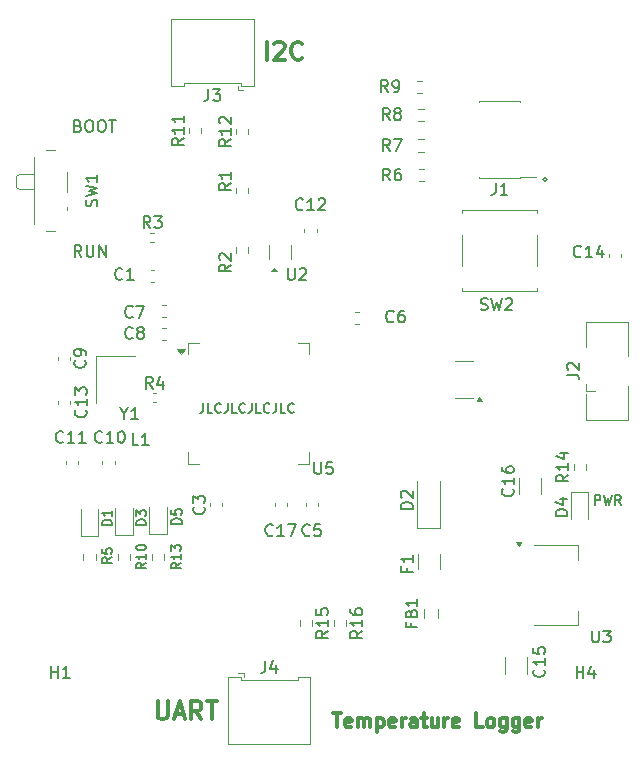
<source format=gbr>
%TF.GenerationSoftware,KiCad,Pcbnew,9.0.0*%
%TF.CreationDate,2025-03-16T21:38:05-04:00*%
%TF.ProjectId,STM32_Dev_Board,53544d33-325f-4446-9576-5f426f617264,rev?*%
%TF.SameCoordinates,Original*%
%TF.FileFunction,Legend,Top*%
%TF.FilePolarity,Positive*%
%FSLAX46Y46*%
G04 Gerber Fmt 4.6, Leading zero omitted, Abs format (unit mm)*
G04 Created by KiCad (PCBNEW 9.0.0) date 2025-03-16 21:38:05*
%MOMM*%
%LPD*%
G01*
G04 APERTURE LIST*
%ADD10C,0.200000*%
%ADD11C,0.300000*%
%ADD12C,0.150000*%
%ADD13C,0.120000*%
G04 APERTURE END LIST*
D10*
X160191421Y-97050000D02*
G75*
G02*
X159908579Y-97050000I-141421J0D01*
G01*
X159908579Y-97050000D02*
G75*
G02*
X160191421Y-97050000I141421J0D01*
G01*
D11*
X136504510Y-86900828D02*
X136504510Y-85400828D01*
X137147368Y-85543685D02*
X137218796Y-85472257D01*
X137218796Y-85472257D02*
X137361654Y-85400828D01*
X137361654Y-85400828D02*
X137718796Y-85400828D01*
X137718796Y-85400828D02*
X137861654Y-85472257D01*
X137861654Y-85472257D02*
X137933082Y-85543685D01*
X137933082Y-85543685D02*
X138004511Y-85686542D01*
X138004511Y-85686542D02*
X138004511Y-85829400D01*
X138004511Y-85829400D02*
X137933082Y-86043685D01*
X137933082Y-86043685D02*
X137075939Y-86900828D01*
X137075939Y-86900828D02*
X138004511Y-86900828D01*
X139504510Y-86757971D02*
X139433082Y-86829400D01*
X139433082Y-86829400D02*
X139218796Y-86900828D01*
X139218796Y-86900828D02*
X139075939Y-86900828D01*
X139075939Y-86900828D02*
X138861653Y-86829400D01*
X138861653Y-86829400D02*
X138718796Y-86686542D01*
X138718796Y-86686542D02*
X138647367Y-86543685D01*
X138647367Y-86543685D02*
X138575939Y-86257971D01*
X138575939Y-86257971D02*
X138575939Y-86043685D01*
X138575939Y-86043685D02*
X138647367Y-85757971D01*
X138647367Y-85757971D02*
X138718796Y-85615114D01*
X138718796Y-85615114D02*
X138861653Y-85472257D01*
X138861653Y-85472257D02*
X139075939Y-85400828D01*
X139075939Y-85400828D02*
X139218796Y-85400828D01*
X139218796Y-85400828D02*
X139433082Y-85472257D01*
X139433082Y-85472257D02*
X139504510Y-85543685D01*
D12*
X120520112Y-92496009D02*
X120662969Y-92543628D01*
X120662969Y-92543628D02*
X120710588Y-92591247D01*
X120710588Y-92591247D02*
X120758207Y-92686485D01*
X120758207Y-92686485D02*
X120758207Y-92829342D01*
X120758207Y-92829342D02*
X120710588Y-92924580D01*
X120710588Y-92924580D02*
X120662969Y-92972200D01*
X120662969Y-92972200D02*
X120567731Y-93019819D01*
X120567731Y-93019819D02*
X120186779Y-93019819D01*
X120186779Y-93019819D02*
X120186779Y-92019819D01*
X120186779Y-92019819D02*
X120520112Y-92019819D01*
X120520112Y-92019819D02*
X120615350Y-92067438D01*
X120615350Y-92067438D02*
X120662969Y-92115057D01*
X120662969Y-92115057D02*
X120710588Y-92210295D01*
X120710588Y-92210295D02*
X120710588Y-92305533D01*
X120710588Y-92305533D02*
X120662969Y-92400771D01*
X120662969Y-92400771D02*
X120615350Y-92448390D01*
X120615350Y-92448390D02*
X120520112Y-92496009D01*
X120520112Y-92496009D02*
X120186779Y-92496009D01*
X121377255Y-92019819D02*
X121567731Y-92019819D01*
X121567731Y-92019819D02*
X121662969Y-92067438D01*
X121662969Y-92067438D02*
X121758207Y-92162676D01*
X121758207Y-92162676D02*
X121805826Y-92353152D01*
X121805826Y-92353152D02*
X121805826Y-92686485D01*
X121805826Y-92686485D02*
X121758207Y-92876961D01*
X121758207Y-92876961D02*
X121662969Y-92972200D01*
X121662969Y-92972200D02*
X121567731Y-93019819D01*
X121567731Y-93019819D02*
X121377255Y-93019819D01*
X121377255Y-93019819D02*
X121282017Y-92972200D01*
X121282017Y-92972200D02*
X121186779Y-92876961D01*
X121186779Y-92876961D02*
X121139160Y-92686485D01*
X121139160Y-92686485D02*
X121139160Y-92353152D01*
X121139160Y-92353152D02*
X121186779Y-92162676D01*
X121186779Y-92162676D02*
X121282017Y-92067438D01*
X121282017Y-92067438D02*
X121377255Y-92019819D01*
X122424874Y-92019819D02*
X122615350Y-92019819D01*
X122615350Y-92019819D02*
X122710588Y-92067438D01*
X122710588Y-92067438D02*
X122805826Y-92162676D01*
X122805826Y-92162676D02*
X122853445Y-92353152D01*
X122853445Y-92353152D02*
X122853445Y-92686485D01*
X122853445Y-92686485D02*
X122805826Y-92876961D01*
X122805826Y-92876961D02*
X122710588Y-92972200D01*
X122710588Y-92972200D02*
X122615350Y-93019819D01*
X122615350Y-93019819D02*
X122424874Y-93019819D01*
X122424874Y-93019819D02*
X122329636Y-92972200D01*
X122329636Y-92972200D02*
X122234398Y-92876961D01*
X122234398Y-92876961D02*
X122186779Y-92686485D01*
X122186779Y-92686485D02*
X122186779Y-92353152D01*
X122186779Y-92353152D02*
X122234398Y-92162676D01*
X122234398Y-92162676D02*
X122329636Y-92067438D01*
X122329636Y-92067438D02*
X122424874Y-92019819D01*
X123139160Y-92019819D02*
X123710588Y-92019819D01*
X123424874Y-93019819D02*
X123424874Y-92019819D01*
X164289160Y-124594295D02*
X164289160Y-123794295D01*
X164289160Y-123794295D02*
X164593922Y-123794295D01*
X164593922Y-123794295D02*
X164670112Y-123832390D01*
X164670112Y-123832390D02*
X164708207Y-123870485D01*
X164708207Y-123870485D02*
X164746303Y-123946676D01*
X164746303Y-123946676D02*
X164746303Y-124060961D01*
X164746303Y-124060961D02*
X164708207Y-124137152D01*
X164708207Y-124137152D02*
X164670112Y-124175247D01*
X164670112Y-124175247D02*
X164593922Y-124213342D01*
X164593922Y-124213342D02*
X164289160Y-124213342D01*
X165012969Y-123794295D02*
X165203445Y-124594295D01*
X165203445Y-124594295D02*
X165355826Y-124022866D01*
X165355826Y-124022866D02*
X165508207Y-124594295D01*
X165508207Y-124594295D02*
X165698684Y-123794295D01*
X166460589Y-124594295D02*
X166193922Y-124213342D01*
X166003446Y-124594295D02*
X166003446Y-123794295D01*
X166003446Y-123794295D02*
X166308208Y-123794295D01*
X166308208Y-123794295D02*
X166384398Y-123832390D01*
X166384398Y-123832390D02*
X166422493Y-123870485D01*
X166422493Y-123870485D02*
X166460589Y-123946676D01*
X166460589Y-123946676D02*
X166460589Y-124060961D01*
X166460589Y-124060961D02*
X166422493Y-124137152D01*
X166422493Y-124137152D02*
X166384398Y-124175247D01*
X166384398Y-124175247D02*
X166308208Y-124213342D01*
X166308208Y-124213342D02*
X166003446Y-124213342D01*
X131117731Y-115994295D02*
X131117731Y-116565723D01*
X131117731Y-116565723D02*
X131079636Y-116680009D01*
X131079636Y-116680009D02*
X131003445Y-116756200D01*
X131003445Y-116756200D02*
X130889160Y-116794295D01*
X130889160Y-116794295D02*
X130812969Y-116794295D01*
X131879636Y-116794295D02*
X131498684Y-116794295D01*
X131498684Y-116794295D02*
X131498684Y-115994295D01*
X132603446Y-116718104D02*
X132565350Y-116756200D01*
X132565350Y-116756200D02*
X132451065Y-116794295D01*
X132451065Y-116794295D02*
X132374874Y-116794295D01*
X132374874Y-116794295D02*
X132260588Y-116756200D01*
X132260588Y-116756200D02*
X132184398Y-116680009D01*
X132184398Y-116680009D02*
X132146303Y-116603819D01*
X132146303Y-116603819D02*
X132108207Y-116451438D01*
X132108207Y-116451438D02*
X132108207Y-116337152D01*
X132108207Y-116337152D02*
X132146303Y-116184771D01*
X132146303Y-116184771D02*
X132184398Y-116108580D01*
X132184398Y-116108580D02*
X132260588Y-116032390D01*
X132260588Y-116032390D02*
X132374874Y-115994295D01*
X132374874Y-115994295D02*
X132451065Y-115994295D01*
X132451065Y-115994295D02*
X132565350Y-116032390D01*
X132565350Y-116032390D02*
X132603446Y-116070485D01*
X133174874Y-115994295D02*
X133174874Y-116565723D01*
X133174874Y-116565723D02*
X133136779Y-116680009D01*
X133136779Y-116680009D02*
X133060588Y-116756200D01*
X133060588Y-116756200D02*
X132946303Y-116794295D01*
X132946303Y-116794295D02*
X132870112Y-116794295D01*
X133936779Y-116794295D02*
X133555827Y-116794295D01*
X133555827Y-116794295D02*
X133555827Y-115994295D01*
X134660589Y-116718104D02*
X134622493Y-116756200D01*
X134622493Y-116756200D02*
X134508208Y-116794295D01*
X134508208Y-116794295D02*
X134432017Y-116794295D01*
X134432017Y-116794295D02*
X134317731Y-116756200D01*
X134317731Y-116756200D02*
X134241541Y-116680009D01*
X134241541Y-116680009D02*
X134203446Y-116603819D01*
X134203446Y-116603819D02*
X134165350Y-116451438D01*
X134165350Y-116451438D02*
X134165350Y-116337152D01*
X134165350Y-116337152D02*
X134203446Y-116184771D01*
X134203446Y-116184771D02*
X134241541Y-116108580D01*
X134241541Y-116108580D02*
X134317731Y-116032390D01*
X134317731Y-116032390D02*
X134432017Y-115994295D01*
X134432017Y-115994295D02*
X134508208Y-115994295D01*
X134508208Y-115994295D02*
X134622493Y-116032390D01*
X134622493Y-116032390D02*
X134660589Y-116070485D01*
X135232017Y-115994295D02*
X135232017Y-116565723D01*
X135232017Y-116565723D02*
X135193922Y-116680009D01*
X135193922Y-116680009D02*
X135117731Y-116756200D01*
X135117731Y-116756200D02*
X135003446Y-116794295D01*
X135003446Y-116794295D02*
X134927255Y-116794295D01*
X135993922Y-116794295D02*
X135612970Y-116794295D01*
X135612970Y-116794295D02*
X135612970Y-115994295D01*
X136717732Y-116718104D02*
X136679636Y-116756200D01*
X136679636Y-116756200D02*
X136565351Y-116794295D01*
X136565351Y-116794295D02*
X136489160Y-116794295D01*
X136489160Y-116794295D02*
X136374874Y-116756200D01*
X136374874Y-116756200D02*
X136298684Y-116680009D01*
X136298684Y-116680009D02*
X136260589Y-116603819D01*
X136260589Y-116603819D02*
X136222493Y-116451438D01*
X136222493Y-116451438D02*
X136222493Y-116337152D01*
X136222493Y-116337152D02*
X136260589Y-116184771D01*
X136260589Y-116184771D02*
X136298684Y-116108580D01*
X136298684Y-116108580D02*
X136374874Y-116032390D01*
X136374874Y-116032390D02*
X136489160Y-115994295D01*
X136489160Y-115994295D02*
X136565351Y-115994295D01*
X136565351Y-115994295D02*
X136679636Y-116032390D01*
X136679636Y-116032390D02*
X136717732Y-116070485D01*
X137289160Y-115994295D02*
X137289160Y-116565723D01*
X137289160Y-116565723D02*
X137251065Y-116680009D01*
X137251065Y-116680009D02*
X137174874Y-116756200D01*
X137174874Y-116756200D02*
X137060589Y-116794295D01*
X137060589Y-116794295D02*
X136984398Y-116794295D01*
X138051065Y-116794295D02*
X137670113Y-116794295D01*
X137670113Y-116794295D02*
X137670113Y-115994295D01*
X138774875Y-116718104D02*
X138736779Y-116756200D01*
X138736779Y-116756200D02*
X138622494Y-116794295D01*
X138622494Y-116794295D02*
X138546303Y-116794295D01*
X138546303Y-116794295D02*
X138432017Y-116756200D01*
X138432017Y-116756200D02*
X138355827Y-116680009D01*
X138355827Y-116680009D02*
X138317732Y-116603819D01*
X138317732Y-116603819D02*
X138279636Y-116451438D01*
X138279636Y-116451438D02*
X138279636Y-116337152D01*
X138279636Y-116337152D02*
X138317732Y-116184771D01*
X138317732Y-116184771D02*
X138355827Y-116108580D01*
X138355827Y-116108580D02*
X138432017Y-116032390D01*
X138432017Y-116032390D02*
X138546303Y-115994295D01*
X138546303Y-115994295D02*
X138622494Y-115994295D01*
X138622494Y-115994295D02*
X138736779Y-116032390D01*
X138736779Y-116032390D02*
X138774875Y-116070485D01*
X120808207Y-103619819D02*
X120474874Y-103143628D01*
X120236779Y-103619819D02*
X120236779Y-102619819D01*
X120236779Y-102619819D02*
X120617731Y-102619819D01*
X120617731Y-102619819D02*
X120712969Y-102667438D01*
X120712969Y-102667438D02*
X120760588Y-102715057D01*
X120760588Y-102715057D02*
X120808207Y-102810295D01*
X120808207Y-102810295D02*
X120808207Y-102953152D01*
X120808207Y-102953152D02*
X120760588Y-103048390D01*
X120760588Y-103048390D02*
X120712969Y-103096009D01*
X120712969Y-103096009D02*
X120617731Y-103143628D01*
X120617731Y-103143628D02*
X120236779Y-103143628D01*
X121236779Y-102619819D02*
X121236779Y-103429342D01*
X121236779Y-103429342D02*
X121284398Y-103524580D01*
X121284398Y-103524580D02*
X121332017Y-103572200D01*
X121332017Y-103572200D02*
X121427255Y-103619819D01*
X121427255Y-103619819D02*
X121617731Y-103619819D01*
X121617731Y-103619819D02*
X121712969Y-103572200D01*
X121712969Y-103572200D02*
X121760588Y-103524580D01*
X121760588Y-103524580D02*
X121808207Y-103429342D01*
X121808207Y-103429342D02*
X121808207Y-102619819D01*
X122284398Y-103619819D02*
X122284398Y-102619819D01*
X122284398Y-102619819D02*
X122855826Y-103619819D01*
X122855826Y-103619819D02*
X122855826Y-102619819D01*
D11*
X142111653Y-142237542D02*
X142797368Y-142237542D01*
X142454510Y-143437542D02*
X142454510Y-142237542D01*
X143654511Y-143380400D02*
X143540225Y-143437542D01*
X143540225Y-143437542D02*
X143311654Y-143437542D01*
X143311654Y-143437542D02*
X143197368Y-143380400D01*
X143197368Y-143380400D02*
X143140225Y-143266114D01*
X143140225Y-143266114D02*
X143140225Y-142808971D01*
X143140225Y-142808971D02*
X143197368Y-142694685D01*
X143197368Y-142694685D02*
X143311654Y-142637542D01*
X143311654Y-142637542D02*
X143540225Y-142637542D01*
X143540225Y-142637542D02*
X143654511Y-142694685D01*
X143654511Y-142694685D02*
X143711654Y-142808971D01*
X143711654Y-142808971D02*
X143711654Y-142923257D01*
X143711654Y-142923257D02*
X143140225Y-143037542D01*
X144225939Y-143437542D02*
X144225939Y-142637542D01*
X144225939Y-142751828D02*
X144283082Y-142694685D01*
X144283082Y-142694685D02*
X144397367Y-142637542D01*
X144397367Y-142637542D02*
X144568796Y-142637542D01*
X144568796Y-142637542D02*
X144683082Y-142694685D01*
X144683082Y-142694685D02*
X144740225Y-142808971D01*
X144740225Y-142808971D02*
X144740225Y-143437542D01*
X144740225Y-142808971D02*
X144797367Y-142694685D01*
X144797367Y-142694685D02*
X144911653Y-142637542D01*
X144911653Y-142637542D02*
X145083082Y-142637542D01*
X145083082Y-142637542D02*
X145197367Y-142694685D01*
X145197367Y-142694685D02*
X145254510Y-142808971D01*
X145254510Y-142808971D02*
X145254510Y-143437542D01*
X145825939Y-142637542D02*
X145825939Y-143837542D01*
X145825939Y-142694685D02*
X145940225Y-142637542D01*
X145940225Y-142637542D02*
X146168796Y-142637542D01*
X146168796Y-142637542D02*
X146283082Y-142694685D01*
X146283082Y-142694685D02*
X146340225Y-142751828D01*
X146340225Y-142751828D02*
X146397367Y-142866114D01*
X146397367Y-142866114D02*
X146397367Y-143208971D01*
X146397367Y-143208971D02*
X146340225Y-143323257D01*
X146340225Y-143323257D02*
X146283082Y-143380400D01*
X146283082Y-143380400D02*
X146168796Y-143437542D01*
X146168796Y-143437542D02*
X145940225Y-143437542D01*
X145940225Y-143437542D02*
X145825939Y-143380400D01*
X147368796Y-143380400D02*
X147254510Y-143437542D01*
X147254510Y-143437542D02*
X147025939Y-143437542D01*
X147025939Y-143437542D02*
X146911653Y-143380400D01*
X146911653Y-143380400D02*
X146854510Y-143266114D01*
X146854510Y-143266114D02*
X146854510Y-142808971D01*
X146854510Y-142808971D02*
X146911653Y-142694685D01*
X146911653Y-142694685D02*
X147025939Y-142637542D01*
X147025939Y-142637542D02*
X147254510Y-142637542D01*
X147254510Y-142637542D02*
X147368796Y-142694685D01*
X147368796Y-142694685D02*
X147425939Y-142808971D01*
X147425939Y-142808971D02*
X147425939Y-142923257D01*
X147425939Y-142923257D02*
X146854510Y-143037542D01*
X147940224Y-143437542D02*
X147940224Y-142637542D01*
X147940224Y-142866114D02*
X147997367Y-142751828D01*
X147997367Y-142751828D02*
X148054510Y-142694685D01*
X148054510Y-142694685D02*
X148168795Y-142637542D01*
X148168795Y-142637542D02*
X148283081Y-142637542D01*
X149197367Y-143437542D02*
X149197367Y-142808971D01*
X149197367Y-142808971D02*
X149140224Y-142694685D01*
X149140224Y-142694685D02*
X149025938Y-142637542D01*
X149025938Y-142637542D02*
X148797367Y-142637542D01*
X148797367Y-142637542D02*
X148683081Y-142694685D01*
X149197367Y-143380400D02*
X149083081Y-143437542D01*
X149083081Y-143437542D02*
X148797367Y-143437542D01*
X148797367Y-143437542D02*
X148683081Y-143380400D01*
X148683081Y-143380400D02*
X148625938Y-143266114D01*
X148625938Y-143266114D02*
X148625938Y-143151828D01*
X148625938Y-143151828D02*
X148683081Y-143037542D01*
X148683081Y-143037542D02*
X148797367Y-142980400D01*
X148797367Y-142980400D02*
X149083081Y-142980400D01*
X149083081Y-142980400D02*
X149197367Y-142923257D01*
X149597366Y-142637542D02*
X150054509Y-142637542D01*
X149768795Y-142237542D02*
X149768795Y-143266114D01*
X149768795Y-143266114D02*
X149825938Y-143380400D01*
X149825938Y-143380400D02*
X149940223Y-143437542D01*
X149940223Y-143437542D02*
X150054509Y-143437542D01*
X150968795Y-142637542D02*
X150968795Y-143437542D01*
X150454509Y-142637542D02*
X150454509Y-143266114D01*
X150454509Y-143266114D02*
X150511652Y-143380400D01*
X150511652Y-143380400D02*
X150625937Y-143437542D01*
X150625937Y-143437542D02*
X150797366Y-143437542D01*
X150797366Y-143437542D02*
X150911652Y-143380400D01*
X150911652Y-143380400D02*
X150968795Y-143323257D01*
X151540223Y-143437542D02*
X151540223Y-142637542D01*
X151540223Y-142866114D02*
X151597366Y-142751828D01*
X151597366Y-142751828D02*
X151654509Y-142694685D01*
X151654509Y-142694685D02*
X151768794Y-142637542D01*
X151768794Y-142637542D02*
X151883080Y-142637542D01*
X152740223Y-143380400D02*
X152625937Y-143437542D01*
X152625937Y-143437542D02*
X152397366Y-143437542D01*
X152397366Y-143437542D02*
X152283080Y-143380400D01*
X152283080Y-143380400D02*
X152225937Y-143266114D01*
X152225937Y-143266114D02*
X152225937Y-142808971D01*
X152225937Y-142808971D02*
X152283080Y-142694685D01*
X152283080Y-142694685D02*
X152397366Y-142637542D01*
X152397366Y-142637542D02*
X152625937Y-142637542D01*
X152625937Y-142637542D02*
X152740223Y-142694685D01*
X152740223Y-142694685D02*
X152797366Y-142808971D01*
X152797366Y-142808971D02*
X152797366Y-142923257D01*
X152797366Y-142923257D02*
X152225937Y-143037542D01*
X154797365Y-143437542D02*
X154225937Y-143437542D01*
X154225937Y-143437542D02*
X154225937Y-142237542D01*
X155368794Y-143437542D02*
X155254509Y-143380400D01*
X155254509Y-143380400D02*
X155197366Y-143323257D01*
X155197366Y-143323257D02*
X155140223Y-143208971D01*
X155140223Y-143208971D02*
X155140223Y-142866114D01*
X155140223Y-142866114D02*
X155197366Y-142751828D01*
X155197366Y-142751828D02*
X155254509Y-142694685D01*
X155254509Y-142694685D02*
X155368794Y-142637542D01*
X155368794Y-142637542D02*
X155540223Y-142637542D01*
X155540223Y-142637542D02*
X155654509Y-142694685D01*
X155654509Y-142694685D02*
X155711652Y-142751828D01*
X155711652Y-142751828D02*
X155768794Y-142866114D01*
X155768794Y-142866114D02*
X155768794Y-143208971D01*
X155768794Y-143208971D02*
X155711652Y-143323257D01*
X155711652Y-143323257D02*
X155654509Y-143380400D01*
X155654509Y-143380400D02*
X155540223Y-143437542D01*
X155540223Y-143437542D02*
X155368794Y-143437542D01*
X156797366Y-142637542D02*
X156797366Y-143608971D01*
X156797366Y-143608971D02*
X156740223Y-143723257D01*
X156740223Y-143723257D02*
X156683080Y-143780400D01*
X156683080Y-143780400D02*
X156568794Y-143837542D01*
X156568794Y-143837542D02*
X156397366Y-143837542D01*
X156397366Y-143837542D02*
X156283080Y-143780400D01*
X156797366Y-143380400D02*
X156683080Y-143437542D01*
X156683080Y-143437542D02*
X156454508Y-143437542D01*
X156454508Y-143437542D02*
X156340223Y-143380400D01*
X156340223Y-143380400D02*
X156283080Y-143323257D01*
X156283080Y-143323257D02*
X156225937Y-143208971D01*
X156225937Y-143208971D02*
X156225937Y-142866114D01*
X156225937Y-142866114D02*
X156283080Y-142751828D01*
X156283080Y-142751828D02*
X156340223Y-142694685D01*
X156340223Y-142694685D02*
X156454508Y-142637542D01*
X156454508Y-142637542D02*
X156683080Y-142637542D01*
X156683080Y-142637542D02*
X156797366Y-142694685D01*
X157883080Y-142637542D02*
X157883080Y-143608971D01*
X157883080Y-143608971D02*
X157825937Y-143723257D01*
X157825937Y-143723257D02*
X157768794Y-143780400D01*
X157768794Y-143780400D02*
X157654508Y-143837542D01*
X157654508Y-143837542D02*
X157483080Y-143837542D01*
X157483080Y-143837542D02*
X157368794Y-143780400D01*
X157883080Y-143380400D02*
X157768794Y-143437542D01*
X157768794Y-143437542D02*
X157540222Y-143437542D01*
X157540222Y-143437542D02*
X157425937Y-143380400D01*
X157425937Y-143380400D02*
X157368794Y-143323257D01*
X157368794Y-143323257D02*
X157311651Y-143208971D01*
X157311651Y-143208971D02*
X157311651Y-142866114D01*
X157311651Y-142866114D02*
X157368794Y-142751828D01*
X157368794Y-142751828D02*
X157425937Y-142694685D01*
X157425937Y-142694685D02*
X157540222Y-142637542D01*
X157540222Y-142637542D02*
X157768794Y-142637542D01*
X157768794Y-142637542D02*
X157883080Y-142694685D01*
X158911651Y-143380400D02*
X158797365Y-143437542D01*
X158797365Y-143437542D02*
X158568794Y-143437542D01*
X158568794Y-143437542D02*
X158454508Y-143380400D01*
X158454508Y-143380400D02*
X158397365Y-143266114D01*
X158397365Y-143266114D02*
X158397365Y-142808971D01*
X158397365Y-142808971D02*
X158454508Y-142694685D01*
X158454508Y-142694685D02*
X158568794Y-142637542D01*
X158568794Y-142637542D02*
X158797365Y-142637542D01*
X158797365Y-142637542D02*
X158911651Y-142694685D01*
X158911651Y-142694685D02*
X158968794Y-142808971D01*
X158968794Y-142808971D02*
X158968794Y-142923257D01*
X158968794Y-142923257D02*
X158397365Y-143037542D01*
X159483079Y-143437542D02*
X159483079Y-142637542D01*
X159483079Y-142866114D02*
X159540222Y-142751828D01*
X159540222Y-142751828D02*
X159597365Y-142694685D01*
X159597365Y-142694685D02*
X159711650Y-142637542D01*
X159711650Y-142637542D02*
X159825936Y-142637542D01*
X127254510Y-141250828D02*
X127254510Y-142465114D01*
X127254510Y-142465114D02*
X127325939Y-142607971D01*
X127325939Y-142607971D02*
X127397368Y-142679400D01*
X127397368Y-142679400D02*
X127540225Y-142750828D01*
X127540225Y-142750828D02*
X127825939Y-142750828D01*
X127825939Y-142750828D02*
X127968796Y-142679400D01*
X127968796Y-142679400D02*
X128040225Y-142607971D01*
X128040225Y-142607971D02*
X128111653Y-142465114D01*
X128111653Y-142465114D02*
X128111653Y-141250828D01*
X128754511Y-142322257D02*
X129468797Y-142322257D01*
X128611654Y-142750828D02*
X129111654Y-141250828D01*
X129111654Y-141250828D02*
X129611654Y-142750828D01*
X130968796Y-142750828D02*
X130468796Y-142036542D01*
X130111653Y-142750828D02*
X130111653Y-141250828D01*
X130111653Y-141250828D02*
X130683082Y-141250828D01*
X130683082Y-141250828D02*
X130825939Y-141322257D01*
X130825939Y-141322257D02*
X130897368Y-141393685D01*
X130897368Y-141393685D02*
X130968796Y-141536542D01*
X130968796Y-141536542D02*
X130968796Y-141750828D01*
X130968796Y-141750828D02*
X130897368Y-141893685D01*
X130897368Y-141893685D02*
X130825939Y-141965114D01*
X130825939Y-141965114D02*
X130683082Y-142036542D01*
X130683082Y-142036542D02*
X130111653Y-142036542D01*
X131397368Y-141250828D02*
X132254511Y-141250828D01*
X131825939Y-142750828D02*
X131825939Y-141250828D01*
D12*
X123362295Y-129045832D02*
X122981342Y-129312499D01*
X123362295Y-129502975D02*
X122562295Y-129502975D01*
X122562295Y-129502975D02*
X122562295Y-129198213D01*
X122562295Y-129198213D02*
X122600390Y-129122023D01*
X122600390Y-129122023D02*
X122638485Y-129083928D01*
X122638485Y-129083928D02*
X122714676Y-129045832D01*
X122714676Y-129045832D02*
X122828961Y-129045832D01*
X122828961Y-129045832D02*
X122905152Y-129083928D01*
X122905152Y-129083928D02*
X122943247Y-129122023D01*
X122943247Y-129122023D02*
X122981342Y-129198213D01*
X122981342Y-129198213D02*
X122981342Y-129502975D01*
X122562295Y-128322023D02*
X122562295Y-128702975D01*
X122562295Y-128702975D02*
X122943247Y-128741071D01*
X122943247Y-128741071D02*
X122905152Y-128702975D01*
X122905152Y-128702975D02*
X122867057Y-128626785D01*
X122867057Y-128626785D02*
X122867057Y-128436309D01*
X122867057Y-128436309D02*
X122905152Y-128360118D01*
X122905152Y-128360118D02*
X122943247Y-128322023D01*
X122943247Y-128322023D02*
X123019438Y-128283928D01*
X123019438Y-128283928D02*
X123209914Y-128283928D01*
X123209914Y-128283928D02*
X123286104Y-128322023D01*
X123286104Y-128322023D02*
X123324200Y-128360118D01*
X123324200Y-128360118D02*
X123362295Y-128436309D01*
X123362295Y-128436309D02*
X123362295Y-128626785D01*
X123362295Y-128626785D02*
X123324200Y-128702975D01*
X123324200Y-128702975D02*
X123286104Y-128741071D01*
X125133333Y-108659580D02*
X125085714Y-108707200D01*
X125085714Y-108707200D02*
X124942857Y-108754819D01*
X124942857Y-108754819D02*
X124847619Y-108754819D01*
X124847619Y-108754819D02*
X124704762Y-108707200D01*
X124704762Y-108707200D02*
X124609524Y-108611961D01*
X124609524Y-108611961D02*
X124561905Y-108516723D01*
X124561905Y-108516723D02*
X124514286Y-108326247D01*
X124514286Y-108326247D02*
X124514286Y-108183390D01*
X124514286Y-108183390D02*
X124561905Y-107992914D01*
X124561905Y-107992914D02*
X124609524Y-107897676D01*
X124609524Y-107897676D02*
X124704762Y-107802438D01*
X124704762Y-107802438D02*
X124847619Y-107754819D01*
X124847619Y-107754819D02*
X124942857Y-107754819D01*
X124942857Y-107754819D02*
X125085714Y-107802438D01*
X125085714Y-107802438D02*
X125133333Y-107850057D01*
X125466667Y-107754819D02*
X126133333Y-107754819D01*
X126133333Y-107754819D02*
X125704762Y-108754819D01*
X162738095Y-139254819D02*
X162738095Y-138254819D01*
X162738095Y-138731009D02*
X163309523Y-138731009D01*
X163309523Y-139254819D02*
X163309523Y-138254819D01*
X164214285Y-138588152D02*
X164214285Y-139254819D01*
X163976190Y-138207200D02*
X163738095Y-138921485D01*
X163738095Y-138921485D02*
X164357142Y-138921485D01*
X119257142Y-119259580D02*
X119209523Y-119307200D01*
X119209523Y-119307200D02*
X119066666Y-119354819D01*
X119066666Y-119354819D02*
X118971428Y-119354819D01*
X118971428Y-119354819D02*
X118828571Y-119307200D01*
X118828571Y-119307200D02*
X118733333Y-119211961D01*
X118733333Y-119211961D02*
X118685714Y-119116723D01*
X118685714Y-119116723D02*
X118638095Y-118926247D01*
X118638095Y-118926247D02*
X118638095Y-118783390D01*
X118638095Y-118783390D02*
X118685714Y-118592914D01*
X118685714Y-118592914D02*
X118733333Y-118497676D01*
X118733333Y-118497676D02*
X118828571Y-118402438D01*
X118828571Y-118402438D02*
X118971428Y-118354819D01*
X118971428Y-118354819D02*
X119066666Y-118354819D01*
X119066666Y-118354819D02*
X119209523Y-118402438D01*
X119209523Y-118402438D02*
X119257142Y-118450057D01*
X120209523Y-119354819D02*
X119638095Y-119354819D01*
X119923809Y-119354819D02*
X119923809Y-118354819D01*
X119923809Y-118354819D02*
X119828571Y-118497676D01*
X119828571Y-118497676D02*
X119733333Y-118592914D01*
X119733333Y-118592914D02*
X119638095Y-118640533D01*
X121161904Y-119354819D02*
X120590476Y-119354819D01*
X120876190Y-119354819D02*
X120876190Y-118354819D01*
X120876190Y-118354819D02*
X120780952Y-118497676D01*
X120780952Y-118497676D02*
X120685714Y-118592914D01*
X120685714Y-118592914D02*
X120590476Y-118640533D01*
X133454819Y-104266666D02*
X132978628Y-104599999D01*
X133454819Y-104838094D02*
X132454819Y-104838094D01*
X132454819Y-104838094D02*
X132454819Y-104457142D01*
X132454819Y-104457142D02*
X132502438Y-104361904D01*
X132502438Y-104361904D02*
X132550057Y-104314285D01*
X132550057Y-104314285D02*
X132645295Y-104266666D01*
X132645295Y-104266666D02*
X132788152Y-104266666D01*
X132788152Y-104266666D02*
X132883390Y-104314285D01*
X132883390Y-104314285D02*
X132931009Y-104361904D01*
X132931009Y-104361904D02*
X132978628Y-104457142D01*
X132978628Y-104457142D02*
X132978628Y-104838094D01*
X132550057Y-103885713D02*
X132502438Y-103838094D01*
X132502438Y-103838094D02*
X132454819Y-103742856D01*
X132454819Y-103742856D02*
X132454819Y-103504761D01*
X132454819Y-103504761D02*
X132502438Y-103409523D01*
X132502438Y-103409523D02*
X132550057Y-103361904D01*
X132550057Y-103361904D02*
X132645295Y-103314285D01*
X132645295Y-103314285D02*
X132740533Y-103314285D01*
X132740533Y-103314285D02*
X132883390Y-103361904D01*
X132883390Y-103361904D02*
X133454819Y-103933332D01*
X133454819Y-103933332D02*
X133454819Y-103314285D01*
X126833333Y-114754819D02*
X126500000Y-114278628D01*
X126261905Y-114754819D02*
X126261905Y-113754819D01*
X126261905Y-113754819D02*
X126642857Y-113754819D01*
X126642857Y-113754819D02*
X126738095Y-113802438D01*
X126738095Y-113802438D02*
X126785714Y-113850057D01*
X126785714Y-113850057D02*
X126833333Y-113945295D01*
X126833333Y-113945295D02*
X126833333Y-114088152D01*
X126833333Y-114088152D02*
X126785714Y-114183390D01*
X126785714Y-114183390D02*
X126738095Y-114231009D01*
X126738095Y-114231009D02*
X126642857Y-114278628D01*
X126642857Y-114278628D02*
X126261905Y-114278628D01*
X127690476Y-114088152D02*
X127690476Y-114754819D01*
X127452381Y-113707200D02*
X127214286Y-114421485D01*
X127214286Y-114421485D02*
X127833333Y-114421485D01*
X140538095Y-120979819D02*
X140538095Y-121789342D01*
X140538095Y-121789342D02*
X140585714Y-121884580D01*
X140585714Y-121884580D02*
X140633333Y-121932200D01*
X140633333Y-121932200D02*
X140728571Y-121979819D01*
X140728571Y-121979819D02*
X140919047Y-121979819D01*
X140919047Y-121979819D02*
X141014285Y-121932200D01*
X141014285Y-121932200D02*
X141061904Y-121884580D01*
X141061904Y-121884580D02*
X141109523Y-121789342D01*
X141109523Y-121789342D02*
X141109523Y-120979819D01*
X142061904Y-120979819D02*
X141585714Y-120979819D01*
X141585714Y-120979819D02*
X141538095Y-121456009D01*
X141538095Y-121456009D02*
X141585714Y-121408390D01*
X141585714Y-121408390D02*
X141680952Y-121360771D01*
X141680952Y-121360771D02*
X141919047Y-121360771D01*
X141919047Y-121360771D02*
X142014285Y-121408390D01*
X142014285Y-121408390D02*
X142061904Y-121456009D01*
X142061904Y-121456009D02*
X142109523Y-121551247D01*
X142109523Y-121551247D02*
X142109523Y-121789342D01*
X142109523Y-121789342D02*
X142061904Y-121884580D01*
X142061904Y-121884580D02*
X142014285Y-121932200D01*
X142014285Y-121932200D02*
X141919047Y-121979819D01*
X141919047Y-121979819D02*
X141680952Y-121979819D01*
X141680952Y-121979819D02*
X141585714Y-121932200D01*
X141585714Y-121932200D02*
X141538095Y-121884580D01*
X123362295Y-126302975D02*
X122562295Y-126302975D01*
X122562295Y-126302975D02*
X122562295Y-126112499D01*
X122562295Y-126112499D02*
X122600390Y-125998213D01*
X122600390Y-125998213D02*
X122676580Y-125922023D01*
X122676580Y-125922023D02*
X122752771Y-125883928D01*
X122752771Y-125883928D02*
X122905152Y-125845832D01*
X122905152Y-125845832D02*
X123019438Y-125845832D01*
X123019438Y-125845832D02*
X123171819Y-125883928D01*
X123171819Y-125883928D02*
X123248009Y-125922023D01*
X123248009Y-125922023D02*
X123324200Y-125998213D01*
X123324200Y-125998213D02*
X123362295Y-126112499D01*
X123362295Y-126112499D02*
X123362295Y-126302975D01*
X123362295Y-125083928D02*
X123362295Y-125541071D01*
X123362295Y-125312499D02*
X122562295Y-125312499D01*
X122562295Y-125312499D02*
X122676580Y-125388690D01*
X122676580Y-125388690D02*
X122752771Y-125464880D01*
X122752771Y-125464880D02*
X122790866Y-125541071D01*
X126633333Y-101154819D02*
X126300000Y-100678628D01*
X126061905Y-101154819D02*
X126061905Y-100154819D01*
X126061905Y-100154819D02*
X126442857Y-100154819D01*
X126442857Y-100154819D02*
X126538095Y-100202438D01*
X126538095Y-100202438D02*
X126585714Y-100250057D01*
X126585714Y-100250057D02*
X126633333Y-100345295D01*
X126633333Y-100345295D02*
X126633333Y-100488152D01*
X126633333Y-100488152D02*
X126585714Y-100583390D01*
X126585714Y-100583390D02*
X126538095Y-100631009D01*
X126538095Y-100631009D02*
X126442857Y-100678628D01*
X126442857Y-100678628D02*
X126061905Y-100678628D01*
X126966667Y-100154819D02*
X127585714Y-100154819D01*
X127585714Y-100154819D02*
X127252381Y-100535771D01*
X127252381Y-100535771D02*
X127395238Y-100535771D01*
X127395238Y-100535771D02*
X127490476Y-100583390D01*
X127490476Y-100583390D02*
X127538095Y-100631009D01*
X127538095Y-100631009D02*
X127585714Y-100726247D01*
X127585714Y-100726247D02*
X127585714Y-100964342D01*
X127585714Y-100964342D02*
X127538095Y-101059580D01*
X127538095Y-101059580D02*
X127490476Y-101107200D01*
X127490476Y-101107200D02*
X127395238Y-101154819D01*
X127395238Y-101154819D02*
X127109524Y-101154819D01*
X127109524Y-101154819D02*
X127014286Y-101107200D01*
X127014286Y-101107200D02*
X126966667Y-101059580D01*
X144584819Y-135267857D02*
X144108628Y-135601190D01*
X144584819Y-135839285D02*
X143584819Y-135839285D01*
X143584819Y-135839285D02*
X143584819Y-135458333D01*
X143584819Y-135458333D02*
X143632438Y-135363095D01*
X143632438Y-135363095D02*
X143680057Y-135315476D01*
X143680057Y-135315476D02*
X143775295Y-135267857D01*
X143775295Y-135267857D02*
X143918152Y-135267857D01*
X143918152Y-135267857D02*
X144013390Y-135315476D01*
X144013390Y-135315476D02*
X144061009Y-135363095D01*
X144061009Y-135363095D02*
X144108628Y-135458333D01*
X144108628Y-135458333D02*
X144108628Y-135839285D01*
X144584819Y-134315476D02*
X144584819Y-134886904D01*
X144584819Y-134601190D02*
X143584819Y-134601190D01*
X143584819Y-134601190D02*
X143727676Y-134696428D01*
X143727676Y-134696428D02*
X143822914Y-134791666D01*
X143822914Y-134791666D02*
X143870533Y-134886904D01*
X143584819Y-133458333D02*
X143584819Y-133648809D01*
X143584819Y-133648809D02*
X143632438Y-133744047D01*
X143632438Y-133744047D02*
X143680057Y-133791666D01*
X143680057Y-133791666D02*
X143822914Y-133886904D01*
X143822914Y-133886904D02*
X144013390Y-133934523D01*
X144013390Y-133934523D02*
X144394342Y-133934523D01*
X144394342Y-133934523D02*
X144489580Y-133886904D01*
X144489580Y-133886904D02*
X144537200Y-133839285D01*
X144537200Y-133839285D02*
X144584819Y-133744047D01*
X144584819Y-133744047D02*
X144584819Y-133553571D01*
X144584819Y-133553571D02*
X144537200Y-133458333D01*
X144537200Y-133458333D02*
X144489580Y-133410714D01*
X144489580Y-133410714D02*
X144394342Y-133363095D01*
X144394342Y-133363095D02*
X144156247Y-133363095D01*
X144156247Y-133363095D02*
X144061009Y-133410714D01*
X144061009Y-133410714D02*
X144013390Y-133458333D01*
X144013390Y-133458333D02*
X143965771Y-133553571D01*
X143965771Y-133553571D02*
X143965771Y-133744047D01*
X143965771Y-133744047D02*
X144013390Y-133839285D01*
X144013390Y-133839285D02*
X144061009Y-133886904D01*
X144061009Y-133886904D02*
X144156247Y-133934523D01*
X148331009Y-129933333D02*
X148331009Y-130266666D01*
X148854819Y-130266666D02*
X147854819Y-130266666D01*
X147854819Y-130266666D02*
X147854819Y-129790476D01*
X148854819Y-128885714D02*
X148854819Y-129457142D01*
X148854819Y-129171428D02*
X147854819Y-129171428D01*
X147854819Y-129171428D02*
X147997676Y-129266666D01*
X147997676Y-129266666D02*
X148092914Y-129361904D01*
X148092914Y-129361904D02*
X148140533Y-129457142D01*
X148854819Y-124938094D02*
X147854819Y-124938094D01*
X147854819Y-124938094D02*
X147854819Y-124699999D01*
X147854819Y-124699999D02*
X147902438Y-124557142D01*
X147902438Y-124557142D02*
X147997676Y-124461904D01*
X147997676Y-124461904D02*
X148092914Y-124414285D01*
X148092914Y-124414285D02*
X148283390Y-124366666D01*
X148283390Y-124366666D02*
X148426247Y-124366666D01*
X148426247Y-124366666D02*
X148616723Y-124414285D01*
X148616723Y-124414285D02*
X148711961Y-124461904D01*
X148711961Y-124461904D02*
X148807200Y-124557142D01*
X148807200Y-124557142D02*
X148854819Y-124699999D01*
X148854819Y-124699999D02*
X148854819Y-124938094D01*
X147950057Y-123985713D02*
X147902438Y-123938094D01*
X147902438Y-123938094D02*
X147854819Y-123842856D01*
X147854819Y-123842856D02*
X147854819Y-123604761D01*
X147854819Y-123604761D02*
X147902438Y-123509523D01*
X147902438Y-123509523D02*
X147950057Y-123461904D01*
X147950057Y-123461904D02*
X148045295Y-123414285D01*
X148045295Y-123414285D02*
X148140533Y-123414285D01*
X148140533Y-123414285D02*
X148283390Y-123461904D01*
X148283390Y-123461904D02*
X148854819Y-124033332D01*
X148854819Y-124033332D02*
X148854819Y-123414285D01*
X129454819Y-93542857D02*
X128978628Y-93876190D01*
X129454819Y-94114285D02*
X128454819Y-94114285D01*
X128454819Y-94114285D02*
X128454819Y-93733333D01*
X128454819Y-93733333D02*
X128502438Y-93638095D01*
X128502438Y-93638095D02*
X128550057Y-93590476D01*
X128550057Y-93590476D02*
X128645295Y-93542857D01*
X128645295Y-93542857D02*
X128788152Y-93542857D01*
X128788152Y-93542857D02*
X128883390Y-93590476D01*
X128883390Y-93590476D02*
X128931009Y-93638095D01*
X128931009Y-93638095D02*
X128978628Y-93733333D01*
X128978628Y-93733333D02*
X128978628Y-94114285D01*
X129454819Y-92590476D02*
X129454819Y-93161904D01*
X129454819Y-92876190D02*
X128454819Y-92876190D01*
X128454819Y-92876190D02*
X128597676Y-92971428D01*
X128597676Y-92971428D02*
X128692914Y-93066666D01*
X128692914Y-93066666D02*
X128740533Y-93161904D01*
X129454819Y-91638095D02*
X129454819Y-92209523D01*
X129454819Y-91923809D02*
X128454819Y-91923809D01*
X128454819Y-91923809D02*
X128597676Y-92019047D01*
X128597676Y-92019047D02*
X128692914Y-92114285D01*
X128692914Y-92114285D02*
X128740533Y-92209523D01*
X138288095Y-104554819D02*
X138288095Y-105364342D01*
X138288095Y-105364342D02*
X138335714Y-105459580D01*
X138335714Y-105459580D02*
X138383333Y-105507200D01*
X138383333Y-105507200D02*
X138478571Y-105554819D01*
X138478571Y-105554819D02*
X138669047Y-105554819D01*
X138669047Y-105554819D02*
X138764285Y-105507200D01*
X138764285Y-105507200D02*
X138811904Y-105459580D01*
X138811904Y-105459580D02*
X138859523Y-105364342D01*
X138859523Y-105364342D02*
X138859523Y-104554819D01*
X139288095Y-104650057D02*
X139335714Y-104602438D01*
X139335714Y-104602438D02*
X139430952Y-104554819D01*
X139430952Y-104554819D02*
X139669047Y-104554819D01*
X139669047Y-104554819D02*
X139764285Y-104602438D01*
X139764285Y-104602438D02*
X139811904Y-104650057D01*
X139811904Y-104650057D02*
X139859523Y-104745295D01*
X139859523Y-104745295D02*
X139859523Y-104840533D01*
X139859523Y-104840533D02*
X139811904Y-104983390D01*
X139811904Y-104983390D02*
X139240476Y-105554819D01*
X139240476Y-105554819D02*
X139859523Y-105554819D01*
X154616667Y-108057200D02*
X154759524Y-108104819D01*
X154759524Y-108104819D02*
X154997619Y-108104819D01*
X154997619Y-108104819D02*
X155092857Y-108057200D01*
X155092857Y-108057200D02*
X155140476Y-108009580D01*
X155140476Y-108009580D02*
X155188095Y-107914342D01*
X155188095Y-107914342D02*
X155188095Y-107819104D01*
X155188095Y-107819104D02*
X155140476Y-107723866D01*
X155140476Y-107723866D02*
X155092857Y-107676247D01*
X155092857Y-107676247D02*
X154997619Y-107628628D01*
X154997619Y-107628628D02*
X154807143Y-107581009D01*
X154807143Y-107581009D02*
X154711905Y-107533390D01*
X154711905Y-107533390D02*
X154664286Y-107485771D01*
X154664286Y-107485771D02*
X154616667Y-107390533D01*
X154616667Y-107390533D02*
X154616667Y-107295295D01*
X154616667Y-107295295D02*
X154664286Y-107200057D01*
X154664286Y-107200057D02*
X154711905Y-107152438D01*
X154711905Y-107152438D02*
X154807143Y-107104819D01*
X154807143Y-107104819D02*
X155045238Y-107104819D01*
X155045238Y-107104819D02*
X155188095Y-107152438D01*
X155521429Y-107104819D02*
X155759524Y-108104819D01*
X155759524Y-108104819D02*
X155950000Y-107390533D01*
X155950000Y-107390533D02*
X156140476Y-108104819D01*
X156140476Y-108104819D02*
X156378572Y-107104819D01*
X156711905Y-107200057D02*
X156759524Y-107152438D01*
X156759524Y-107152438D02*
X156854762Y-107104819D01*
X156854762Y-107104819D02*
X157092857Y-107104819D01*
X157092857Y-107104819D02*
X157188095Y-107152438D01*
X157188095Y-107152438D02*
X157235714Y-107200057D01*
X157235714Y-107200057D02*
X157283333Y-107295295D01*
X157283333Y-107295295D02*
X157283333Y-107390533D01*
X157283333Y-107390533D02*
X157235714Y-107533390D01*
X157235714Y-107533390D02*
X156664286Y-108104819D01*
X156664286Y-108104819D02*
X157283333Y-108104819D01*
X133454819Y-93642857D02*
X132978628Y-93976190D01*
X133454819Y-94214285D02*
X132454819Y-94214285D01*
X132454819Y-94214285D02*
X132454819Y-93833333D01*
X132454819Y-93833333D02*
X132502438Y-93738095D01*
X132502438Y-93738095D02*
X132550057Y-93690476D01*
X132550057Y-93690476D02*
X132645295Y-93642857D01*
X132645295Y-93642857D02*
X132788152Y-93642857D01*
X132788152Y-93642857D02*
X132883390Y-93690476D01*
X132883390Y-93690476D02*
X132931009Y-93738095D01*
X132931009Y-93738095D02*
X132978628Y-93833333D01*
X132978628Y-93833333D02*
X132978628Y-94214285D01*
X133454819Y-92690476D02*
X133454819Y-93261904D01*
X133454819Y-92976190D02*
X132454819Y-92976190D01*
X132454819Y-92976190D02*
X132597676Y-93071428D01*
X132597676Y-93071428D02*
X132692914Y-93166666D01*
X132692914Y-93166666D02*
X132740533Y-93261904D01*
X132550057Y-92309523D02*
X132502438Y-92261904D01*
X132502438Y-92261904D02*
X132454819Y-92166666D01*
X132454819Y-92166666D02*
X132454819Y-91928571D01*
X132454819Y-91928571D02*
X132502438Y-91833333D01*
X132502438Y-91833333D02*
X132550057Y-91785714D01*
X132550057Y-91785714D02*
X132645295Y-91738095D01*
X132645295Y-91738095D02*
X132740533Y-91738095D01*
X132740533Y-91738095D02*
X132883390Y-91785714D01*
X132883390Y-91785714D02*
X133454819Y-92357142D01*
X133454819Y-92357142D02*
X133454819Y-91738095D01*
X136371666Y-137804819D02*
X136371666Y-138519104D01*
X136371666Y-138519104D02*
X136324047Y-138661961D01*
X136324047Y-138661961D02*
X136228809Y-138757200D01*
X136228809Y-138757200D02*
X136085952Y-138804819D01*
X136085952Y-138804819D02*
X135990714Y-138804819D01*
X137276428Y-138138152D02*
X137276428Y-138804819D01*
X137038333Y-137757200D02*
X136800238Y-138471485D01*
X136800238Y-138471485D02*
X137419285Y-138471485D01*
X163107142Y-103559580D02*
X163059523Y-103607200D01*
X163059523Y-103607200D02*
X162916666Y-103654819D01*
X162916666Y-103654819D02*
X162821428Y-103654819D01*
X162821428Y-103654819D02*
X162678571Y-103607200D01*
X162678571Y-103607200D02*
X162583333Y-103511961D01*
X162583333Y-103511961D02*
X162535714Y-103416723D01*
X162535714Y-103416723D02*
X162488095Y-103226247D01*
X162488095Y-103226247D02*
X162488095Y-103083390D01*
X162488095Y-103083390D02*
X162535714Y-102892914D01*
X162535714Y-102892914D02*
X162583333Y-102797676D01*
X162583333Y-102797676D02*
X162678571Y-102702438D01*
X162678571Y-102702438D02*
X162821428Y-102654819D01*
X162821428Y-102654819D02*
X162916666Y-102654819D01*
X162916666Y-102654819D02*
X163059523Y-102702438D01*
X163059523Y-102702438D02*
X163107142Y-102750057D01*
X164059523Y-103654819D02*
X163488095Y-103654819D01*
X163773809Y-103654819D02*
X163773809Y-102654819D01*
X163773809Y-102654819D02*
X163678571Y-102797676D01*
X163678571Y-102797676D02*
X163583333Y-102892914D01*
X163583333Y-102892914D02*
X163488095Y-102940533D01*
X164916666Y-102988152D02*
X164916666Y-103654819D01*
X164678571Y-102607200D02*
X164440476Y-103321485D01*
X164440476Y-103321485D02*
X165059523Y-103321485D01*
X129212295Y-129514285D02*
X128831342Y-129780952D01*
X129212295Y-129971428D02*
X128412295Y-129971428D01*
X128412295Y-129971428D02*
X128412295Y-129666666D01*
X128412295Y-129666666D02*
X128450390Y-129590476D01*
X128450390Y-129590476D02*
X128488485Y-129552381D01*
X128488485Y-129552381D02*
X128564676Y-129514285D01*
X128564676Y-129514285D02*
X128678961Y-129514285D01*
X128678961Y-129514285D02*
X128755152Y-129552381D01*
X128755152Y-129552381D02*
X128793247Y-129590476D01*
X128793247Y-129590476D02*
X128831342Y-129666666D01*
X128831342Y-129666666D02*
X128831342Y-129971428D01*
X129212295Y-128752381D02*
X129212295Y-129209524D01*
X129212295Y-128980952D02*
X128412295Y-128980952D01*
X128412295Y-128980952D02*
X128526580Y-129057143D01*
X128526580Y-129057143D02*
X128602771Y-129133333D01*
X128602771Y-129133333D02*
X128640866Y-129209524D01*
X128412295Y-128485714D02*
X128412295Y-127990476D01*
X128412295Y-127990476D02*
X128717057Y-128257142D01*
X128717057Y-128257142D02*
X128717057Y-128142857D01*
X128717057Y-128142857D02*
X128755152Y-128066666D01*
X128755152Y-128066666D02*
X128793247Y-128028571D01*
X128793247Y-128028571D02*
X128869438Y-127990476D01*
X128869438Y-127990476D02*
X129059914Y-127990476D01*
X129059914Y-127990476D02*
X129136104Y-128028571D01*
X129136104Y-128028571D02*
X129174200Y-128066666D01*
X129174200Y-128066666D02*
X129212295Y-128142857D01*
X129212295Y-128142857D02*
X129212295Y-128371428D01*
X129212295Y-128371428D02*
X129174200Y-128447619D01*
X129174200Y-128447619D02*
X129136104Y-128485714D01*
X141684819Y-135267857D02*
X141208628Y-135601190D01*
X141684819Y-135839285D02*
X140684819Y-135839285D01*
X140684819Y-135839285D02*
X140684819Y-135458333D01*
X140684819Y-135458333D02*
X140732438Y-135363095D01*
X140732438Y-135363095D02*
X140780057Y-135315476D01*
X140780057Y-135315476D02*
X140875295Y-135267857D01*
X140875295Y-135267857D02*
X141018152Y-135267857D01*
X141018152Y-135267857D02*
X141113390Y-135315476D01*
X141113390Y-135315476D02*
X141161009Y-135363095D01*
X141161009Y-135363095D02*
X141208628Y-135458333D01*
X141208628Y-135458333D02*
X141208628Y-135839285D01*
X141684819Y-134315476D02*
X141684819Y-134886904D01*
X141684819Y-134601190D02*
X140684819Y-134601190D01*
X140684819Y-134601190D02*
X140827676Y-134696428D01*
X140827676Y-134696428D02*
X140922914Y-134791666D01*
X140922914Y-134791666D02*
X140970533Y-134886904D01*
X140684819Y-133410714D02*
X140684819Y-133886904D01*
X140684819Y-133886904D02*
X141161009Y-133934523D01*
X141161009Y-133934523D02*
X141113390Y-133886904D01*
X141113390Y-133886904D02*
X141065771Y-133791666D01*
X141065771Y-133791666D02*
X141065771Y-133553571D01*
X141065771Y-133553571D02*
X141113390Y-133458333D01*
X141113390Y-133458333D02*
X141161009Y-133410714D01*
X141161009Y-133410714D02*
X141256247Y-133363095D01*
X141256247Y-133363095D02*
X141494342Y-133363095D01*
X141494342Y-133363095D02*
X141589580Y-133410714D01*
X141589580Y-133410714D02*
X141637200Y-133458333D01*
X141637200Y-133458333D02*
X141684819Y-133553571D01*
X141684819Y-133553571D02*
X141684819Y-133791666D01*
X141684819Y-133791666D02*
X141637200Y-133886904D01*
X141637200Y-133886904D02*
X141589580Y-133934523D01*
X137007142Y-127159580D02*
X136959523Y-127207200D01*
X136959523Y-127207200D02*
X136816666Y-127254819D01*
X136816666Y-127254819D02*
X136721428Y-127254819D01*
X136721428Y-127254819D02*
X136578571Y-127207200D01*
X136578571Y-127207200D02*
X136483333Y-127111961D01*
X136483333Y-127111961D02*
X136435714Y-127016723D01*
X136435714Y-127016723D02*
X136388095Y-126826247D01*
X136388095Y-126826247D02*
X136388095Y-126683390D01*
X136388095Y-126683390D02*
X136435714Y-126492914D01*
X136435714Y-126492914D02*
X136483333Y-126397676D01*
X136483333Y-126397676D02*
X136578571Y-126302438D01*
X136578571Y-126302438D02*
X136721428Y-126254819D01*
X136721428Y-126254819D02*
X136816666Y-126254819D01*
X136816666Y-126254819D02*
X136959523Y-126302438D01*
X136959523Y-126302438D02*
X137007142Y-126350057D01*
X137959523Y-127254819D02*
X137388095Y-127254819D01*
X137673809Y-127254819D02*
X137673809Y-126254819D01*
X137673809Y-126254819D02*
X137578571Y-126397676D01*
X137578571Y-126397676D02*
X137483333Y-126492914D01*
X137483333Y-126492914D02*
X137388095Y-126540533D01*
X138292857Y-126254819D02*
X138959523Y-126254819D01*
X138959523Y-126254819D02*
X138530952Y-127254819D01*
X164038095Y-135254819D02*
X164038095Y-136064342D01*
X164038095Y-136064342D02*
X164085714Y-136159580D01*
X164085714Y-136159580D02*
X164133333Y-136207200D01*
X164133333Y-136207200D02*
X164228571Y-136254819D01*
X164228571Y-136254819D02*
X164419047Y-136254819D01*
X164419047Y-136254819D02*
X164514285Y-136207200D01*
X164514285Y-136207200D02*
X164561904Y-136159580D01*
X164561904Y-136159580D02*
X164609523Y-136064342D01*
X164609523Y-136064342D02*
X164609523Y-135254819D01*
X164990476Y-135254819D02*
X165609523Y-135254819D01*
X165609523Y-135254819D02*
X165276190Y-135635771D01*
X165276190Y-135635771D02*
X165419047Y-135635771D01*
X165419047Y-135635771D02*
X165514285Y-135683390D01*
X165514285Y-135683390D02*
X165561904Y-135731009D01*
X165561904Y-135731009D02*
X165609523Y-135826247D01*
X165609523Y-135826247D02*
X165609523Y-136064342D01*
X165609523Y-136064342D02*
X165561904Y-136159580D01*
X165561904Y-136159580D02*
X165514285Y-136207200D01*
X165514285Y-136207200D02*
X165419047Y-136254819D01*
X165419047Y-136254819D02*
X165133333Y-136254819D01*
X165133333Y-136254819D02*
X165038095Y-136207200D01*
X165038095Y-136207200D02*
X164990476Y-136159580D01*
X146933333Y-97124819D02*
X146600000Y-96648628D01*
X146361905Y-97124819D02*
X146361905Y-96124819D01*
X146361905Y-96124819D02*
X146742857Y-96124819D01*
X146742857Y-96124819D02*
X146838095Y-96172438D01*
X146838095Y-96172438D02*
X146885714Y-96220057D01*
X146885714Y-96220057D02*
X146933333Y-96315295D01*
X146933333Y-96315295D02*
X146933333Y-96458152D01*
X146933333Y-96458152D02*
X146885714Y-96553390D01*
X146885714Y-96553390D02*
X146838095Y-96601009D01*
X146838095Y-96601009D02*
X146742857Y-96648628D01*
X146742857Y-96648628D02*
X146361905Y-96648628D01*
X147790476Y-96124819D02*
X147600000Y-96124819D01*
X147600000Y-96124819D02*
X147504762Y-96172438D01*
X147504762Y-96172438D02*
X147457143Y-96220057D01*
X147457143Y-96220057D02*
X147361905Y-96362914D01*
X147361905Y-96362914D02*
X147314286Y-96553390D01*
X147314286Y-96553390D02*
X147314286Y-96934342D01*
X147314286Y-96934342D02*
X147361905Y-97029580D01*
X147361905Y-97029580D02*
X147409524Y-97077200D01*
X147409524Y-97077200D02*
X147504762Y-97124819D01*
X147504762Y-97124819D02*
X147695238Y-97124819D01*
X147695238Y-97124819D02*
X147790476Y-97077200D01*
X147790476Y-97077200D02*
X147838095Y-97029580D01*
X147838095Y-97029580D02*
X147885714Y-96934342D01*
X147885714Y-96934342D02*
X147885714Y-96696247D01*
X147885714Y-96696247D02*
X147838095Y-96601009D01*
X147838095Y-96601009D02*
X147790476Y-96553390D01*
X147790476Y-96553390D02*
X147695238Y-96505771D01*
X147695238Y-96505771D02*
X147504762Y-96505771D01*
X147504762Y-96505771D02*
X147409524Y-96553390D01*
X147409524Y-96553390D02*
X147361905Y-96601009D01*
X147361905Y-96601009D02*
X147314286Y-96696247D01*
X146908333Y-94624819D02*
X146575000Y-94148628D01*
X146336905Y-94624819D02*
X146336905Y-93624819D01*
X146336905Y-93624819D02*
X146717857Y-93624819D01*
X146717857Y-93624819D02*
X146813095Y-93672438D01*
X146813095Y-93672438D02*
X146860714Y-93720057D01*
X146860714Y-93720057D02*
X146908333Y-93815295D01*
X146908333Y-93815295D02*
X146908333Y-93958152D01*
X146908333Y-93958152D02*
X146860714Y-94053390D01*
X146860714Y-94053390D02*
X146813095Y-94101009D01*
X146813095Y-94101009D02*
X146717857Y-94148628D01*
X146717857Y-94148628D02*
X146336905Y-94148628D01*
X147241667Y-93624819D02*
X147908333Y-93624819D01*
X147908333Y-93624819D02*
X147479762Y-94624819D01*
X161954819Y-125550594D02*
X160954819Y-125550594D01*
X160954819Y-125550594D02*
X160954819Y-125312499D01*
X160954819Y-125312499D02*
X161002438Y-125169642D01*
X161002438Y-125169642D02*
X161097676Y-125074404D01*
X161097676Y-125074404D02*
X161192914Y-125026785D01*
X161192914Y-125026785D02*
X161383390Y-124979166D01*
X161383390Y-124979166D02*
X161526247Y-124979166D01*
X161526247Y-124979166D02*
X161716723Y-125026785D01*
X161716723Y-125026785D02*
X161811961Y-125074404D01*
X161811961Y-125074404D02*
X161907200Y-125169642D01*
X161907200Y-125169642D02*
X161954819Y-125312499D01*
X161954819Y-125312499D02*
X161954819Y-125550594D01*
X161288152Y-124122023D02*
X161954819Y-124122023D01*
X160907200Y-124360118D02*
X161621485Y-124598213D01*
X161621485Y-124598213D02*
X161621485Y-123979166D01*
X122557142Y-119259580D02*
X122509523Y-119307200D01*
X122509523Y-119307200D02*
X122366666Y-119354819D01*
X122366666Y-119354819D02*
X122271428Y-119354819D01*
X122271428Y-119354819D02*
X122128571Y-119307200D01*
X122128571Y-119307200D02*
X122033333Y-119211961D01*
X122033333Y-119211961D02*
X121985714Y-119116723D01*
X121985714Y-119116723D02*
X121938095Y-118926247D01*
X121938095Y-118926247D02*
X121938095Y-118783390D01*
X121938095Y-118783390D02*
X121985714Y-118592914D01*
X121985714Y-118592914D02*
X122033333Y-118497676D01*
X122033333Y-118497676D02*
X122128571Y-118402438D01*
X122128571Y-118402438D02*
X122271428Y-118354819D01*
X122271428Y-118354819D02*
X122366666Y-118354819D01*
X122366666Y-118354819D02*
X122509523Y-118402438D01*
X122509523Y-118402438D02*
X122557142Y-118450057D01*
X123509523Y-119354819D02*
X122938095Y-119354819D01*
X123223809Y-119354819D02*
X123223809Y-118354819D01*
X123223809Y-118354819D02*
X123128571Y-118497676D01*
X123128571Y-118497676D02*
X123033333Y-118592914D01*
X123033333Y-118592914D02*
X122938095Y-118640533D01*
X124128571Y-118354819D02*
X124223809Y-118354819D01*
X124223809Y-118354819D02*
X124319047Y-118402438D01*
X124319047Y-118402438D02*
X124366666Y-118450057D01*
X124366666Y-118450057D02*
X124414285Y-118545295D01*
X124414285Y-118545295D02*
X124461904Y-118735771D01*
X124461904Y-118735771D02*
X124461904Y-118973866D01*
X124461904Y-118973866D02*
X124414285Y-119164342D01*
X124414285Y-119164342D02*
X124366666Y-119259580D01*
X124366666Y-119259580D02*
X124319047Y-119307200D01*
X124319047Y-119307200D02*
X124223809Y-119354819D01*
X124223809Y-119354819D02*
X124128571Y-119354819D01*
X124128571Y-119354819D02*
X124033333Y-119307200D01*
X124033333Y-119307200D02*
X123985714Y-119259580D01*
X123985714Y-119259580D02*
X123938095Y-119164342D01*
X123938095Y-119164342D02*
X123890476Y-118973866D01*
X123890476Y-118973866D02*
X123890476Y-118735771D01*
X123890476Y-118735771D02*
X123938095Y-118545295D01*
X123938095Y-118545295D02*
X123985714Y-118450057D01*
X123985714Y-118450057D02*
X124033333Y-118402438D01*
X124033333Y-118402438D02*
X124128571Y-118354819D01*
X118238095Y-139254819D02*
X118238095Y-138254819D01*
X118238095Y-138731009D02*
X118809523Y-138731009D01*
X118809523Y-139254819D02*
X118809523Y-138254819D01*
X119809523Y-139254819D02*
X119238095Y-139254819D01*
X119523809Y-139254819D02*
X119523809Y-138254819D01*
X119523809Y-138254819D02*
X119428571Y-138397676D01*
X119428571Y-138397676D02*
X119333333Y-138492914D01*
X119333333Y-138492914D02*
X119238095Y-138540533D01*
X125633333Y-119554819D02*
X125157143Y-119554819D01*
X125157143Y-119554819D02*
X125157143Y-118554819D01*
X126490476Y-119554819D02*
X125919048Y-119554819D01*
X126204762Y-119554819D02*
X126204762Y-118554819D01*
X126204762Y-118554819D02*
X126109524Y-118697676D01*
X126109524Y-118697676D02*
X126014286Y-118792914D01*
X126014286Y-118792914D02*
X125919048Y-118840533D01*
X146908333Y-92024819D02*
X146575000Y-91548628D01*
X146336905Y-92024819D02*
X146336905Y-91024819D01*
X146336905Y-91024819D02*
X146717857Y-91024819D01*
X146717857Y-91024819D02*
X146813095Y-91072438D01*
X146813095Y-91072438D02*
X146860714Y-91120057D01*
X146860714Y-91120057D02*
X146908333Y-91215295D01*
X146908333Y-91215295D02*
X146908333Y-91358152D01*
X146908333Y-91358152D02*
X146860714Y-91453390D01*
X146860714Y-91453390D02*
X146813095Y-91501009D01*
X146813095Y-91501009D02*
X146717857Y-91548628D01*
X146717857Y-91548628D02*
X146336905Y-91548628D01*
X147479762Y-91453390D02*
X147384524Y-91405771D01*
X147384524Y-91405771D02*
X147336905Y-91358152D01*
X147336905Y-91358152D02*
X147289286Y-91262914D01*
X147289286Y-91262914D02*
X147289286Y-91215295D01*
X147289286Y-91215295D02*
X147336905Y-91120057D01*
X147336905Y-91120057D02*
X147384524Y-91072438D01*
X147384524Y-91072438D02*
X147479762Y-91024819D01*
X147479762Y-91024819D02*
X147670238Y-91024819D01*
X147670238Y-91024819D02*
X147765476Y-91072438D01*
X147765476Y-91072438D02*
X147813095Y-91120057D01*
X147813095Y-91120057D02*
X147860714Y-91215295D01*
X147860714Y-91215295D02*
X147860714Y-91262914D01*
X147860714Y-91262914D02*
X147813095Y-91358152D01*
X147813095Y-91358152D02*
X147765476Y-91405771D01*
X147765476Y-91405771D02*
X147670238Y-91453390D01*
X147670238Y-91453390D02*
X147479762Y-91453390D01*
X147479762Y-91453390D02*
X147384524Y-91501009D01*
X147384524Y-91501009D02*
X147336905Y-91548628D01*
X147336905Y-91548628D02*
X147289286Y-91643866D01*
X147289286Y-91643866D02*
X147289286Y-91834342D01*
X147289286Y-91834342D02*
X147336905Y-91929580D01*
X147336905Y-91929580D02*
X147384524Y-91977200D01*
X147384524Y-91977200D02*
X147479762Y-92024819D01*
X147479762Y-92024819D02*
X147670238Y-92024819D01*
X147670238Y-92024819D02*
X147765476Y-91977200D01*
X147765476Y-91977200D02*
X147813095Y-91929580D01*
X147813095Y-91929580D02*
X147860714Y-91834342D01*
X147860714Y-91834342D02*
X147860714Y-91643866D01*
X147860714Y-91643866D02*
X147813095Y-91548628D01*
X147813095Y-91548628D02*
X147765476Y-91501009D01*
X147765476Y-91501009D02*
X147670238Y-91453390D01*
X161929819Y-113583333D02*
X162644104Y-113583333D01*
X162644104Y-113583333D02*
X162786961Y-113630952D01*
X162786961Y-113630952D02*
X162882200Y-113726190D01*
X162882200Y-113726190D02*
X162929819Y-113869047D01*
X162929819Y-113869047D02*
X162929819Y-113964285D01*
X162025057Y-113154761D02*
X161977438Y-113107142D01*
X161977438Y-113107142D02*
X161929819Y-113011904D01*
X161929819Y-113011904D02*
X161929819Y-112773809D01*
X161929819Y-112773809D02*
X161977438Y-112678571D01*
X161977438Y-112678571D02*
X162025057Y-112630952D01*
X162025057Y-112630952D02*
X162120295Y-112583333D01*
X162120295Y-112583333D02*
X162215533Y-112583333D01*
X162215533Y-112583333D02*
X162358390Y-112630952D01*
X162358390Y-112630952D02*
X162929819Y-113202380D01*
X162929819Y-113202380D02*
X162929819Y-112583333D01*
X139557142Y-99559580D02*
X139509523Y-99607200D01*
X139509523Y-99607200D02*
X139366666Y-99654819D01*
X139366666Y-99654819D02*
X139271428Y-99654819D01*
X139271428Y-99654819D02*
X139128571Y-99607200D01*
X139128571Y-99607200D02*
X139033333Y-99511961D01*
X139033333Y-99511961D02*
X138985714Y-99416723D01*
X138985714Y-99416723D02*
X138938095Y-99226247D01*
X138938095Y-99226247D02*
X138938095Y-99083390D01*
X138938095Y-99083390D02*
X138985714Y-98892914D01*
X138985714Y-98892914D02*
X139033333Y-98797676D01*
X139033333Y-98797676D02*
X139128571Y-98702438D01*
X139128571Y-98702438D02*
X139271428Y-98654819D01*
X139271428Y-98654819D02*
X139366666Y-98654819D01*
X139366666Y-98654819D02*
X139509523Y-98702438D01*
X139509523Y-98702438D02*
X139557142Y-98750057D01*
X140509523Y-99654819D02*
X139938095Y-99654819D01*
X140223809Y-99654819D02*
X140223809Y-98654819D01*
X140223809Y-98654819D02*
X140128571Y-98797676D01*
X140128571Y-98797676D02*
X140033333Y-98892914D01*
X140033333Y-98892914D02*
X139938095Y-98940533D01*
X140890476Y-98750057D02*
X140938095Y-98702438D01*
X140938095Y-98702438D02*
X141033333Y-98654819D01*
X141033333Y-98654819D02*
X141271428Y-98654819D01*
X141271428Y-98654819D02*
X141366666Y-98702438D01*
X141366666Y-98702438D02*
X141414285Y-98750057D01*
X141414285Y-98750057D02*
X141461904Y-98845295D01*
X141461904Y-98845295D02*
X141461904Y-98940533D01*
X141461904Y-98940533D02*
X141414285Y-99083390D01*
X141414285Y-99083390D02*
X140842857Y-99654819D01*
X140842857Y-99654819D02*
X141461904Y-99654819D01*
X159959580Y-138542857D02*
X160007200Y-138590476D01*
X160007200Y-138590476D02*
X160054819Y-138733333D01*
X160054819Y-138733333D02*
X160054819Y-138828571D01*
X160054819Y-138828571D02*
X160007200Y-138971428D01*
X160007200Y-138971428D02*
X159911961Y-139066666D01*
X159911961Y-139066666D02*
X159816723Y-139114285D01*
X159816723Y-139114285D02*
X159626247Y-139161904D01*
X159626247Y-139161904D02*
X159483390Y-139161904D01*
X159483390Y-139161904D02*
X159292914Y-139114285D01*
X159292914Y-139114285D02*
X159197676Y-139066666D01*
X159197676Y-139066666D02*
X159102438Y-138971428D01*
X159102438Y-138971428D02*
X159054819Y-138828571D01*
X159054819Y-138828571D02*
X159054819Y-138733333D01*
X159054819Y-138733333D02*
X159102438Y-138590476D01*
X159102438Y-138590476D02*
X159150057Y-138542857D01*
X160054819Y-137590476D02*
X160054819Y-138161904D01*
X160054819Y-137876190D02*
X159054819Y-137876190D01*
X159054819Y-137876190D02*
X159197676Y-137971428D01*
X159197676Y-137971428D02*
X159292914Y-138066666D01*
X159292914Y-138066666D02*
X159340533Y-138161904D01*
X159054819Y-136685714D02*
X159054819Y-137161904D01*
X159054819Y-137161904D02*
X159531009Y-137209523D01*
X159531009Y-137209523D02*
X159483390Y-137161904D01*
X159483390Y-137161904D02*
X159435771Y-137066666D01*
X159435771Y-137066666D02*
X159435771Y-136828571D01*
X159435771Y-136828571D02*
X159483390Y-136733333D01*
X159483390Y-136733333D02*
X159531009Y-136685714D01*
X159531009Y-136685714D02*
X159626247Y-136638095D01*
X159626247Y-136638095D02*
X159864342Y-136638095D01*
X159864342Y-136638095D02*
X159959580Y-136685714D01*
X159959580Y-136685714D02*
X160007200Y-136733333D01*
X160007200Y-136733333D02*
X160054819Y-136828571D01*
X160054819Y-136828571D02*
X160054819Y-137066666D01*
X160054819Y-137066666D02*
X160007200Y-137161904D01*
X160007200Y-137161904D02*
X159959580Y-137209523D01*
X131561666Y-89404819D02*
X131561666Y-90119104D01*
X131561666Y-90119104D02*
X131514047Y-90261961D01*
X131514047Y-90261961D02*
X131418809Y-90357200D01*
X131418809Y-90357200D02*
X131275952Y-90404819D01*
X131275952Y-90404819D02*
X131180714Y-90404819D01*
X131942619Y-89404819D02*
X132561666Y-89404819D01*
X132561666Y-89404819D02*
X132228333Y-89785771D01*
X132228333Y-89785771D02*
X132371190Y-89785771D01*
X132371190Y-89785771D02*
X132466428Y-89833390D01*
X132466428Y-89833390D02*
X132514047Y-89881009D01*
X132514047Y-89881009D02*
X132561666Y-89976247D01*
X132561666Y-89976247D02*
X132561666Y-90214342D01*
X132561666Y-90214342D02*
X132514047Y-90309580D01*
X132514047Y-90309580D02*
X132466428Y-90357200D01*
X132466428Y-90357200D02*
X132371190Y-90404819D01*
X132371190Y-90404819D02*
X132085476Y-90404819D01*
X132085476Y-90404819D02*
X131990238Y-90357200D01*
X131990238Y-90357200D02*
X131942619Y-90309580D01*
X148731009Y-134633333D02*
X148731009Y-134966666D01*
X149254819Y-134966666D02*
X148254819Y-134966666D01*
X148254819Y-134966666D02*
X148254819Y-134490476D01*
X148731009Y-133776190D02*
X148778628Y-133633333D01*
X148778628Y-133633333D02*
X148826247Y-133585714D01*
X148826247Y-133585714D02*
X148921485Y-133538095D01*
X148921485Y-133538095D02*
X149064342Y-133538095D01*
X149064342Y-133538095D02*
X149159580Y-133585714D01*
X149159580Y-133585714D02*
X149207200Y-133633333D01*
X149207200Y-133633333D02*
X149254819Y-133728571D01*
X149254819Y-133728571D02*
X149254819Y-134109523D01*
X149254819Y-134109523D02*
X148254819Y-134109523D01*
X148254819Y-134109523D02*
X148254819Y-133776190D01*
X148254819Y-133776190D02*
X148302438Y-133680952D01*
X148302438Y-133680952D02*
X148350057Y-133633333D01*
X148350057Y-133633333D02*
X148445295Y-133585714D01*
X148445295Y-133585714D02*
X148540533Y-133585714D01*
X148540533Y-133585714D02*
X148635771Y-133633333D01*
X148635771Y-133633333D02*
X148683390Y-133680952D01*
X148683390Y-133680952D02*
X148731009Y-133776190D01*
X148731009Y-133776190D02*
X148731009Y-134109523D01*
X149254819Y-132585714D02*
X149254819Y-133157142D01*
X149254819Y-132871428D02*
X148254819Y-132871428D01*
X148254819Y-132871428D02*
X148397676Y-132966666D01*
X148397676Y-132966666D02*
X148492914Y-133061904D01*
X148492914Y-133061904D02*
X148540533Y-133157142D01*
X155866666Y-97359819D02*
X155866666Y-98074104D01*
X155866666Y-98074104D02*
X155819047Y-98216961D01*
X155819047Y-98216961D02*
X155723809Y-98312200D01*
X155723809Y-98312200D02*
X155580952Y-98359819D01*
X155580952Y-98359819D02*
X155485714Y-98359819D01*
X156866666Y-98359819D02*
X156295238Y-98359819D01*
X156580952Y-98359819D02*
X156580952Y-97359819D01*
X156580952Y-97359819D02*
X156485714Y-97502676D01*
X156485714Y-97502676D02*
X156390476Y-97597914D01*
X156390476Y-97597914D02*
X156295238Y-97645533D01*
X125133333Y-110459580D02*
X125085714Y-110507200D01*
X125085714Y-110507200D02*
X124942857Y-110554819D01*
X124942857Y-110554819D02*
X124847619Y-110554819D01*
X124847619Y-110554819D02*
X124704762Y-110507200D01*
X124704762Y-110507200D02*
X124609524Y-110411961D01*
X124609524Y-110411961D02*
X124561905Y-110316723D01*
X124561905Y-110316723D02*
X124514286Y-110126247D01*
X124514286Y-110126247D02*
X124514286Y-109983390D01*
X124514286Y-109983390D02*
X124561905Y-109792914D01*
X124561905Y-109792914D02*
X124609524Y-109697676D01*
X124609524Y-109697676D02*
X124704762Y-109602438D01*
X124704762Y-109602438D02*
X124847619Y-109554819D01*
X124847619Y-109554819D02*
X124942857Y-109554819D01*
X124942857Y-109554819D02*
X125085714Y-109602438D01*
X125085714Y-109602438D02*
X125133333Y-109650057D01*
X125704762Y-109983390D02*
X125609524Y-109935771D01*
X125609524Y-109935771D02*
X125561905Y-109888152D01*
X125561905Y-109888152D02*
X125514286Y-109792914D01*
X125514286Y-109792914D02*
X125514286Y-109745295D01*
X125514286Y-109745295D02*
X125561905Y-109650057D01*
X125561905Y-109650057D02*
X125609524Y-109602438D01*
X125609524Y-109602438D02*
X125704762Y-109554819D01*
X125704762Y-109554819D02*
X125895238Y-109554819D01*
X125895238Y-109554819D02*
X125990476Y-109602438D01*
X125990476Y-109602438D02*
X126038095Y-109650057D01*
X126038095Y-109650057D02*
X126085714Y-109745295D01*
X126085714Y-109745295D02*
X126085714Y-109792914D01*
X126085714Y-109792914D02*
X126038095Y-109888152D01*
X126038095Y-109888152D02*
X125990476Y-109935771D01*
X125990476Y-109935771D02*
X125895238Y-109983390D01*
X125895238Y-109983390D02*
X125704762Y-109983390D01*
X125704762Y-109983390D02*
X125609524Y-110031009D01*
X125609524Y-110031009D02*
X125561905Y-110078628D01*
X125561905Y-110078628D02*
X125514286Y-110173866D01*
X125514286Y-110173866D02*
X125514286Y-110364342D01*
X125514286Y-110364342D02*
X125561905Y-110459580D01*
X125561905Y-110459580D02*
X125609524Y-110507200D01*
X125609524Y-110507200D02*
X125704762Y-110554819D01*
X125704762Y-110554819D02*
X125895238Y-110554819D01*
X125895238Y-110554819D02*
X125990476Y-110507200D01*
X125990476Y-110507200D02*
X126038095Y-110459580D01*
X126038095Y-110459580D02*
X126085714Y-110364342D01*
X126085714Y-110364342D02*
X126085714Y-110173866D01*
X126085714Y-110173866D02*
X126038095Y-110078628D01*
X126038095Y-110078628D02*
X125990476Y-110031009D01*
X125990476Y-110031009D02*
X125895238Y-109983390D01*
X157309580Y-123242857D02*
X157357200Y-123290476D01*
X157357200Y-123290476D02*
X157404819Y-123433333D01*
X157404819Y-123433333D02*
X157404819Y-123528571D01*
X157404819Y-123528571D02*
X157357200Y-123671428D01*
X157357200Y-123671428D02*
X157261961Y-123766666D01*
X157261961Y-123766666D02*
X157166723Y-123814285D01*
X157166723Y-123814285D02*
X156976247Y-123861904D01*
X156976247Y-123861904D02*
X156833390Y-123861904D01*
X156833390Y-123861904D02*
X156642914Y-123814285D01*
X156642914Y-123814285D02*
X156547676Y-123766666D01*
X156547676Y-123766666D02*
X156452438Y-123671428D01*
X156452438Y-123671428D02*
X156404819Y-123528571D01*
X156404819Y-123528571D02*
X156404819Y-123433333D01*
X156404819Y-123433333D02*
X156452438Y-123290476D01*
X156452438Y-123290476D02*
X156500057Y-123242857D01*
X157404819Y-122290476D02*
X157404819Y-122861904D01*
X157404819Y-122576190D02*
X156404819Y-122576190D01*
X156404819Y-122576190D02*
X156547676Y-122671428D01*
X156547676Y-122671428D02*
X156642914Y-122766666D01*
X156642914Y-122766666D02*
X156690533Y-122861904D01*
X156404819Y-121433333D02*
X156404819Y-121623809D01*
X156404819Y-121623809D02*
X156452438Y-121719047D01*
X156452438Y-121719047D02*
X156500057Y-121766666D01*
X156500057Y-121766666D02*
X156642914Y-121861904D01*
X156642914Y-121861904D02*
X156833390Y-121909523D01*
X156833390Y-121909523D02*
X157214342Y-121909523D01*
X157214342Y-121909523D02*
X157309580Y-121861904D01*
X157309580Y-121861904D02*
X157357200Y-121814285D01*
X157357200Y-121814285D02*
X157404819Y-121719047D01*
X157404819Y-121719047D02*
X157404819Y-121528571D01*
X157404819Y-121528571D02*
X157357200Y-121433333D01*
X157357200Y-121433333D02*
X157309580Y-121385714D01*
X157309580Y-121385714D02*
X157214342Y-121338095D01*
X157214342Y-121338095D02*
X156976247Y-121338095D01*
X156976247Y-121338095D02*
X156881009Y-121385714D01*
X156881009Y-121385714D02*
X156833390Y-121433333D01*
X156833390Y-121433333D02*
X156785771Y-121528571D01*
X156785771Y-121528571D02*
X156785771Y-121719047D01*
X156785771Y-121719047D02*
X156833390Y-121814285D01*
X156833390Y-121814285D02*
X156881009Y-121861904D01*
X156881009Y-121861904D02*
X156976247Y-121909523D01*
X162024819Y-122042857D02*
X161548628Y-122376190D01*
X162024819Y-122614285D02*
X161024819Y-122614285D01*
X161024819Y-122614285D02*
X161024819Y-122233333D01*
X161024819Y-122233333D02*
X161072438Y-122138095D01*
X161072438Y-122138095D02*
X161120057Y-122090476D01*
X161120057Y-122090476D02*
X161215295Y-122042857D01*
X161215295Y-122042857D02*
X161358152Y-122042857D01*
X161358152Y-122042857D02*
X161453390Y-122090476D01*
X161453390Y-122090476D02*
X161501009Y-122138095D01*
X161501009Y-122138095D02*
X161548628Y-122233333D01*
X161548628Y-122233333D02*
X161548628Y-122614285D01*
X162024819Y-121090476D02*
X162024819Y-121661904D01*
X162024819Y-121376190D02*
X161024819Y-121376190D01*
X161024819Y-121376190D02*
X161167676Y-121471428D01*
X161167676Y-121471428D02*
X161262914Y-121566666D01*
X161262914Y-121566666D02*
X161310533Y-121661904D01*
X161358152Y-120233333D02*
X162024819Y-120233333D01*
X160977200Y-120471428D02*
X161691485Y-120709523D01*
X161691485Y-120709523D02*
X161691485Y-120090476D01*
X140133333Y-127159580D02*
X140085714Y-127207200D01*
X140085714Y-127207200D02*
X139942857Y-127254819D01*
X139942857Y-127254819D02*
X139847619Y-127254819D01*
X139847619Y-127254819D02*
X139704762Y-127207200D01*
X139704762Y-127207200D02*
X139609524Y-127111961D01*
X139609524Y-127111961D02*
X139561905Y-127016723D01*
X139561905Y-127016723D02*
X139514286Y-126826247D01*
X139514286Y-126826247D02*
X139514286Y-126683390D01*
X139514286Y-126683390D02*
X139561905Y-126492914D01*
X139561905Y-126492914D02*
X139609524Y-126397676D01*
X139609524Y-126397676D02*
X139704762Y-126302438D01*
X139704762Y-126302438D02*
X139847619Y-126254819D01*
X139847619Y-126254819D02*
X139942857Y-126254819D01*
X139942857Y-126254819D02*
X140085714Y-126302438D01*
X140085714Y-126302438D02*
X140133333Y-126350057D01*
X141038095Y-126254819D02*
X140561905Y-126254819D01*
X140561905Y-126254819D02*
X140514286Y-126731009D01*
X140514286Y-126731009D02*
X140561905Y-126683390D01*
X140561905Y-126683390D02*
X140657143Y-126635771D01*
X140657143Y-126635771D02*
X140895238Y-126635771D01*
X140895238Y-126635771D02*
X140990476Y-126683390D01*
X140990476Y-126683390D02*
X141038095Y-126731009D01*
X141038095Y-126731009D02*
X141085714Y-126826247D01*
X141085714Y-126826247D02*
X141085714Y-127064342D01*
X141085714Y-127064342D02*
X141038095Y-127159580D01*
X141038095Y-127159580D02*
X140990476Y-127207200D01*
X140990476Y-127207200D02*
X140895238Y-127254819D01*
X140895238Y-127254819D02*
X140657143Y-127254819D01*
X140657143Y-127254819D02*
X140561905Y-127207200D01*
X140561905Y-127207200D02*
X140514286Y-127159580D01*
X121089580Y-112366666D02*
X121137200Y-112414285D01*
X121137200Y-112414285D02*
X121184819Y-112557142D01*
X121184819Y-112557142D02*
X121184819Y-112652380D01*
X121184819Y-112652380D02*
X121137200Y-112795237D01*
X121137200Y-112795237D02*
X121041961Y-112890475D01*
X121041961Y-112890475D02*
X120946723Y-112938094D01*
X120946723Y-112938094D02*
X120756247Y-112985713D01*
X120756247Y-112985713D02*
X120613390Y-112985713D01*
X120613390Y-112985713D02*
X120422914Y-112938094D01*
X120422914Y-112938094D02*
X120327676Y-112890475D01*
X120327676Y-112890475D02*
X120232438Y-112795237D01*
X120232438Y-112795237D02*
X120184819Y-112652380D01*
X120184819Y-112652380D02*
X120184819Y-112557142D01*
X120184819Y-112557142D02*
X120232438Y-112414285D01*
X120232438Y-112414285D02*
X120280057Y-112366666D01*
X121184819Y-111890475D02*
X121184819Y-111699999D01*
X121184819Y-111699999D02*
X121137200Y-111604761D01*
X121137200Y-111604761D02*
X121089580Y-111557142D01*
X121089580Y-111557142D02*
X120946723Y-111461904D01*
X120946723Y-111461904D02*
X120756247Y-111414285D01*
X120756247Y-111414285D02*
X120375295Y-111414285D01*
X120375295Y-111414285D02*
X120280057Y-111461904D01*
X120280057Y-111461904D02*
X120232438Y-111509523D01*
X120232438Y-111509523D02*
X120184819Y-111604761D01*
X120184819Y-111604761D02*
X120184819Y-111795237D01*
X120184819Y-111795237D02*
X120232438Y-111890475D01*
X120232438Y-111890475D02*
X120280057Y-111938094D01*
X120280057Y-111938094D02*
X120375295Y-111985713D01*
X120375295Y-111985713D02*
X120613390Y-111985713D01*
X120613390Y-111985713D02*
X120708628Y-111938094D01*
X120708628Y-111938094D02*
X120756247Y-111890475D01*
X120756247Y-111890475D02*
X120803866Y-111795237D01*
X120803866Y-111795237D02*
X120803866Y-111604761D01*
X120803866Y-111604761D02*
X120756247Y-111509523D01*
X120756247Y-111509523D02*
X120708628Y-111461904D01*
X120708628Y-111461904D02*
X120613390Y-111414285D01*
X126262295Y-126290475D02*
X125462295Y-126290475D01*
X125462295Y-126290475D02*
X125462295Y-126099999D01*
X125462295Y-126099999D02*
X125500390Y-125985713D01*
X125500390Y-125985713D02*
X125576580Y-125909523D01*
X125576580Y-125909523D02*
X125652771Y-125871428D01*
X125652771Y-125871428D02*
X125805152Y-125833332D01*
X125805152Y-125833332D02*
X125919438Y-125833332D01*
X125919438Y-125833332D02*
X126071819Y-125871428D01*
X126071819Y-125871428D02*
X126148009Y-125909523D01*
X126148009Y-125909523D02*
X126224200Y-125985713D01*
X126224200Y-125985713D02*
X126262295Y-126099999D01*
X126262295Y-126099999D02*
X126262295Y-126290475D01*
X125462295Y-125566666D02*
X125462295Y-125071428D01*
X125462295Y-125071428D02*
X125767057Y-125338094D01*
X125767057Y-125338094D02*
X125767057Y-125223809D01*
X125767057Y-125223809D02*
X125805152Y-125147618D01*
X125805152Y-125147618D02*
X125843247Y-125109523D01*
X125843247Y-125109523D02*
X125919438Y-125071428D01*
X125919438Y-125071428D02*
X126109914Y-125071428D01*
X126109914Y-125071428D02*
X126186104Y-125109523D01*
X126186104Y-125109523D02*
X126224200Y-125147618D01*
X126224200Y-125147618D02*
X126262295Y-125223809D01*
X126262295Y-125223809D02*
X126262295Y-125452380D01*
X126262295Y-125452380D02*
X126224200Y-125528571D01*
X126224200Y-125528571D02*
X126186104Y-125566666D01*
X124283333Y-105459580D02*
X124235714Y-105507200D01*
X124235714Y-105507200D02*
X124092857Y-105554819D01*
X124092857Y-105554819D02*
X123997619Y-105554819D01*
X123997619Y-105554819D02*
X123854762Y-105507200D01*
X123854762Y-105507200D02*
X123759524Y-105411961D01*
X123759524Y-105411961D02*
X123711905Y-105316723D01*
X123711905Y-105316723D02*
X123664286Y-105126247D01*
X123664286Y-105126247D02*
X123664286Y-104983390D01*
X123664286Y-104983390D02*
X123711905Y-104792914D01*
X123711905Y-104792914D02*
X123759524Y-104697676D01*
X123759524Y-104697676D02*
X123854762Y-104602438D01*
X123854762Y-104602438D02*
X123997619Y-104554819D01*
X123997619Y-104554819D02*
X124092857Y-104554819D01*
X124092857Y-104554819D02*
X124235714Y-104602438D01*
X124235714Y-104602438D02*
X124283333Y-104650057D01*
X125235714Y-105554819D02*
X124664286Y-105554819D01*
X124950000Y-105554819D02*
X124950000Y-104554819D01*
X124950000Y-104554819D02*
X124854762Y-104697676D01*
X124854762Y-104697676D02*
X124759524Y-104792914D01*
X124759524Y-104792914D02*
X124664286Y-104840533D01*
X146758333Y-89654819D02*
X146425000Y-89178628D01*
X146186905Y-89654819D02*
X146186905Y-88654819D01*
X146186905Y-88654819D02*
X146567857Y-88654819D01*
X146567857Y-88654819D02*
X146663095Y-88702438D01*
X146663095Y-88702438D02*
X146710714Y-88750057D01*
X146710714Y-88750057D02*
X146758333Y-88845295D01*
X146758333Y-88845295D02*
X146758333Y-88988152D01*
X146758333Y-88988152D02*
X146710714Y-89083390D01*
X146710714Y-89083390D02*
X146663095Y-89131009D01*
X146663095Y-89131009D02*
X146567857Y-89178628D01*
X146567857Y-89178628D02*
X146186905Y-89178628D01*
X147234524Y-89654819D02*
X147425000Y-89654819D01*
X147425000Y-89654819D02*
X147520238Y-89607200D01*
X147520238Y-89607200D02*
X147567857Y-89559580D01*
X147567857Y-89559580D02*
X147663095Y-89416723D01*
X147663095Y-89416723D02*
X147710714Y-89226247D01*
X147710714Y-89226247D02*
X147710714Y-88845295D01*
X147710714Y-88845295D02*
X147663095Y-88750057D01*
X147663095Y-88750057D02*
X147615476Y-88702438D01*
X147615476Y-88702438D02*
X147520238Y-88654819D01*
X147520238Y-88654819D02*
X147329762Y-88654819D01*
X147329762Y-88654819D02*
X147234524Y-88702438D01*
X147234524Y-88702438D02*
X147186905Y-88750057D01*
X147186905Y-88750057D02*
X147139286Y-88845295D01*
X147139286Y-88845295D02*
X147139286Y-89083390D01*
X147139286Y-89083390D02*
X147186905Y-89178628D01*
X147186905Y-89178628D02*
X147234524Y-89226247D01*
X147234524Y-89226247D02*
X147329762Y-89273866D01*
X147329762Y-89273866D02*
X147520238Y-89273866D01*
X147520238Y-89273866D02*
X147615476Y-89226247D01*
X147615476Y-89226247D02*
X147663095Y-89178628D01*
X147663095Y-89178628D02*
X147710714Y-89083390D01*
X129308557Y-126190475D02*
X128408557Y-126190475D01*
X128408557Y-126190475D02*
X128408557Y-125999999D01*
X128408557Y-125999999D02*
X128451414Y-125885713D01*
X128451414Y-125885713D02*
X128537128Y-125809523D01*
X128537128Y-125809523D02*
X128622842Y-125771428D01*
X128622842Y-125771428D02*
X128794271Y-125733332D01*
X128794271Y-125733332D02*
X128922842Y-125733332D01*
X128922842Y-125733332D02*
X129094271Y-125771428D01*
X129094271Y-125771428D02*
X129179985Y-125809523D01*
X129179985Y-125809523D02*
X129265700Y-125885713D01*
X129265700Y-125885713D02*
X129308557Y-125999999D01*
X129308557Y-125999999D02*
X129308557Y-126190475D01*
X128408557Y-125009523D02*
X128408557Y-125390475D01*
X128408557Y-125390475D02*
X128837128Y-125428571D01*
X128837128Y-125428571D02*
X128794271Y-125390475D01*
X128794271Y-125390475D02*
X128751414Y-125314285D01*
X128751414Y-125314285D02*
X128751414Y-125123809D01*
X128751414Y-125123809D02*
X128794271Y-125047618D01*
X128794271Y-125047618D02*
X128837128Y-125009523D01*
X128837128Y-125009523D02*
X128922842Y-124971428D01*
X128922842Y-124971428D02*
X129137128Y-124971428D01*
X129137128Y-124971428D02*
X129222842Y-125009523D01*
X129222842Y-125009523D02*
X129265700Y-125047618D01*
X129265700Y-125047618D02*
X129308557Y-125123809D01*
X129308557Y-125123809D02*
X129308557Y-125314285D01*
X129308557Y-125314285D02*
X129265700Y-125390475D01*
X129265700Y-125390475D02*
X129222842Y-125428571D01*
X121159580Y-116567857D02*
X121207200Y-116615476D01*
X121207200Y-116615476D02*
X121254819Y-116758333D01*
X121254819Y-116758333D02*
X121254819Y-116853571D01*
X121254819Y-116853571D02*
X121207200Y-116996428D01*
X121207200Y-116996428D02*
X121111961Y-117091666D01*
X121111961Y-117091666D02*
X121016723Y-117139285D01*
X121016723Y-117139285D02*
X120826247Y-117186904D01*
X120826247Y-117186904D02*
X120683390Y-117186904D01*
X120683390Y-117186904D02*
X120492914Y-117139285D01*
X120492914Y-117139285D02*
X120397676Y-117091666D01*
X120397676Y-117091666D02*
X120302438Y-116996428D01*
X120302438Y-116996428D02*
X120254819Y-116853571D01*
X120254819Y-116853571D02*
X120254819Y-116758333D01*
X120254819Y-116758333D02*
X120302438Y-116615476D01*
X120302438Y-116615476D02*
X120350057Y-116567857D01*
X121254819Y-115615476D02*
X121254819Y-116186904D01*
X121254819Y-115901190D02*
X120254819Y-115901190D01*
X120254819Y-115901190D02*
X120397676Y-115996428D01*
X120397676Y-115996428D02*
X120492914Y-116091666D01*
X120492914Y-116091666D02*
X120540533Y-116186904D01*
X120254819Y-115282142D02*
X120254819Y-114663095D01*
X120254819Y-114663095D02*
X120635771Y-114996428D01*
X120635771Y-114996428D02*
X120635771Y-114853571D01*
X120635771Y-114853571D02*
X120683390Y-114758333D01*
X120683390Y-114758333D02*
X120731009Y-114710714D01*
X120731009Y-114710714D02*
X120826247Y-114663095D01*
X120826247Y-114663095D02*
X121064342Y-114663095D01*
X121064342Y-114663095D02*
X121159580Y-114710714D01*
X121159580Y-114710714D02*
X121207200Y-114758333D01*
X121207200Y-114758333D02*
X121254819Y-114853571D01*
X121254819Y-114853571D02*
X121254819Y-115139285D01*
X121254819Y-115139285D02*
X121207200Y-115234523D01*
X121207200Y-115234523D02*
X121159580Y-115282142D01*
X122107200Y-99333332D02*
X122154819Y-99190475D01*
X122154819Y-99190475D02*
X122154819Y-98952380D01*
X122154819Y-98952380D02*
X122107200Y-98857142D01*
X122107200Y-98857142D02*
X122059580Y-98809523D01*
X122059580Y-98809523D02*
X121964342Y-98761904D01*
X121964342Y-98761904D02*
X121869104Y-98761904D01*
X121869104Y-98761904D02*
X121773866Y-98809523D01*
X121773866Y-98809523D02*
X121726247Y-98857142D01*
X121726247Y-98857142D02*
X121678628Y-98952380D01*
X121678628Y-98952380D02*
X121631009Y-99142856D01*
X121631009Y-99142856D02*
X121583390Y-99238094D01*
X121583390Y-99238094D02*
X121535771Y-99285713D01*
X121535771Y-99285713D02*
X121440533Y-99333332D01*
X121440533Y-99333332D02*
X121345295Y-99333332D01*
X121345295Y-99333332D02*
X121250057Y-99285713D01*
X121250057Y-99285713D02*
X121202438Y-99238094D01*
X121202438Y-99238094D02*
X121154819Y-99142856D01*
X121154819Y-99142856D02*
X121154819Y-98904761D01*
X121154819Y-98904761D02*
X121202438Y-98761904D01*
X121154819Y-98428570D02*
X122154819Y-98190475D01*
X122154819Y-98190475D02*
X121440533Y-97999999D01*
X121440533Y-97999999D02*
X122154819Y-97809523D01*
X122154819Y-97809523D02*
X121154819Y-97571428D01*
X122154819Y-96666666D02*
X122154819Y-97238094D01*
X122154819Y-96952380D02*
X121154819Y-96952380D01*
X121154819Y-96952380D02*
X121297676Y-97047618D01*
X121297676Y-97047618D02*
X121392914Y-97142856D01*
X121392914Y-97142856D02*
X121440533Y-97238094D01*
X133454819Y-97366666D02*
X132978628Y-97699999D01*
X133454819Y-97938094D02*
X132454819Y-97938094D01*
X132454819Y-97938094D02*
X132454819Y-97557142D01*
X132454819Y-97557142D02*
X132502438Y-97461904D01*
X132502438Y-97461904D02*
X132550057Y-97414285D01*
X132550057Y-97414285D02*
X132645295Y-97366666D01*
X132645295Y-97366666D02*
X132788152Y-97366666D01*
X132788152Y-97366666D02*
X132883390Y-97414285D01*
X132883390Y-97414285D02*
X132931009Y-97461904D01*
X132931009Y-97461904D02*
X132978628Y-97557142D01*
X132978628Y-97557142D02*
X132978628Y-97938094D01*
X133454819Y-96414285D02*
X133454819Y-96985713D01*
X133454819Y-96699999D02*
X132454819Y-96699999D01*
X132454819Y-96699999D02*
X132597676Y-96795237D01*
X132597676Y-96795237D02*
X132692914Y-96890475D01*
X132692914Y-96890475D02*
X132740533Y-96985713D01*
X124423809Y-116878628D02*
X124423809Y-117354819D01*
X124090476Y-116354819D02*
X124423809Y-116878628D01*
X124423809Y-116878628D02*
X124757142Y-116354819D01*
X125614285Y-117354819D02*
X125042857Y-117354819D01*
X125328571Y-117354819D02*
X125328571Y-116354819D01*
X125328571Y-116354819D02*
X125233333Y-116497676D01*
X125233333Y-116497676D02*
X125138095Y-116592914D01*
X125138095Y-116592914D02*
X125042857Y-116640533D01*
X131159580Y-124766666D02*
X131207200Y-124814285D01*
X131207200Y-124814285D02*
X131254819Y-124957142D01*
X131254819Y-124957142D02*
X131254819Y-125052380D01*
X131254819Y-125052380D02*
X131207200Y-125195237D01*
X131207200Y-125195237D02*
X131111961Y-125290475D01*
X131111961Y-125290475D02*
X131016723Y-125338094D01*
X131016723Y-125338094D02*
X130826247Y-125385713D01*
X130826247Y-125385713D02*
X130683390Y-125385713D01*
X130683390Y-125385713D02*
X130492914Y-125338094D01*
X130492914Y-125338094D02*
X130397676Y-125290475D01*
X130397676Y-125290475D02*
X130302438Y-125195237D01*
X130302438Y-125195237D02*
X130254819Y-125052380D01*
X130254819Y-125052380D02*
X130254819Y-124957142D01*
X130254819Y-124957142D02*
X130302438Y-124814285D01*
X130302438Y-124814285D02*
X130350057Y-124766666D01*
X130254819Y-124433332D02*
X130254819Y-123814285D01*
X130254819Y-123814285D02*
X130635771Y-124147618D01*
X130635771Y-124147618D02*
X130635771Y-124004761D01*
X130635771Y-124004761D02*
X130683390Y-123909523D01*
X130683390Y-123909523D02*
X130731009Y-123861904D01*
X130731009Y-123861904D02*
X130826247Y-123814285D01*
X130826247Y-123814285D02*
X131064342Y-123814285D01*
X131064342Y-123814285D02*
X131159580Y-123861904D01*
X131159580Y-123861904D02*
X131207200Y-123909523D01*
X131207200Y-123909523D02*
X131254819Y-124004761D01*
X131254819Y-124004761D02*
X131254819Y-124290475D01*
X131254819Y-124290475D02*
X131207200Y-124385713D01*
X131207200Y-124385713D02*
X131159580Y-124433332D01*
X126262295Y-129514285D02*
X125881342Y-129780952D01*
X126262295Y-129971428D02*
X125462295Y-129971428D01*
X125462295Y-129971428D02*
X125462295Y-129666666D01*
X125462295Y-129666666D02*
X125500390Y-129590476D01*
X125500390Y-129590476D02*
X125538485Y-129552381D01*
X125538485Y-129552381D02*
X125614676Y-129514285D01*
X125614676Y-129514285D02*
X125728961Y-129514285D01*
X125728961Y-129514285D02*
X125805152Y-129552381D01*
X125805152Y-129552381D02*
X125843247Y-129590476D01*
X125843247Y-129590476D02*
X125881342Y-129666666D01*
X125881342Y-129666666D02*
X125881342Y-129971428D01*
X126262295Y-128752381D02*
X126262295Y-129209524D01*
X126262295Y-128980952D02*
X125462295Y-128980952D01*
X125462295Y-128980952D02*
X125576580Y-129057143D01*
X125576580Y-129057143D02*
X125652771Y-129133333D01*
X125652771Y-129133333D02*
X125690866Y-129209524D01*
X125462295Y-128257142D02*
X125462295Y-128180952D01*
X125462295Y-128180952D02*
X125500390Y-128104761D01*
X125500390Y-128104761D02*
X125538485Y-128066666D01*
X125538485Y-128066666D02*
X125614676Y-128028571D01*
X125614676Y-128028571D02*
X125767057Y-127990476D01*
X125767057Y-127990476D02*
X125957533Y-127990476D01*
X125957533Y-127990476D02*
X126109914Y-128028571D01*
X126109914Y-128028571D02*
X126186104Y-128066666D01*
X126186104Y-128066666D02*
X126224200Y-128104761D01*
X126224200Y-128104761D02*
X126262295Y-128180952D01*
X126262295Y-128180952D02*
X126262295Y-128257142D01*
X126262295Y-128257142D02*
X126224200Y-128333333D01*
X126224200Y-128333333D02*
X126186104Y-128371428D01*
X126186104Y-128371428D02*
X126109914Y-128409523D01*
X126109914Y-128409523D02*
X125957533Y-128447619D01*
X125957533Y-128447619D02*
X125767057Y-128447619D01*
X125767057Y-128447619D02*
X125614676Y-128409523D01*
X125614676Y-128409523D02*
X125538485Y-128371428D01*
X125538485Y-128371428D02*
X125500390Y-128333333D01*
X125500390Y-128333333D02*
X125462295Y-128257142D01*
X147233333Y-109059580D02*
X147185714Y-109107200D01*
X147185714Y-109107200D02*
X147042857Y-109154819D01*
X147042857Y-109154819D02*
X146947619Y-109154819D01*
X146947619Y-109154819D02*
X146804762Y-109107200D01*
X146804762Y-109107200D02*
X146709524Y-109011961D01*
X146709524Y-109011961D02*
X146661905Y-108916723D01*
X146661905Y-108916723D02*
X146614286Y-108726247D01*
X146614286Y-108726247D02*
X146614286Y-108583390D01*
X146614286Y-108583390D02*
X146661905Y-108392914D01*
X146661905Y-108392914D02*
X146709524Y-108297676D01*
X146709524Y-108297676D02*
X146804762Y-108202438D01*
X146804762Y-108202438D02*
X146947619Y-108154819D01*
X146947619Y-108154819D02*
X147042857Y-108154819D01*
X147042857Y-108154819D02*
X147185714Y-108202438D01*
X147185714Y-108202438D02*
X147233333Y-108250057D01*
X148090476Y-108154819D02*
X147900000Y-108154819D01*
X147900000Y-108154819D02*
X147804762Y-108202438D01*
X147804762Y-108202438D02*
X147757143Y-108250057D01*
X147757143Y-108250057D02*
X147661905Y-108392914D01*
X147661905Y-108392914D02*
X147614286Y-108583390D01*
X147614286Y-108583390D02*
X147614286Y-108964342D01*
X147614286Y-108964342D02*
X147661905Y-109059580D01*
X147661905Y-109059580D02*
X147709524Y-109107200D01*
X147709524Y-109107200D02*
X147804762Y-109154819D01*
X147804762Y-109154819D02*
X147995238Y-109154819D01*
X147995238Y-109154819D02*
X148090476Y-109107200D01*
X148090476Y-109107200D02*
X148138095Y-109059580D01*
X148138095Y-109059580D02*
X148185714Y-108964342D01*
X148185714Y-108964342D02*
X148185714Y-108726247D01*
X148185714Y-108726247D02*
X148138095Y-108631009D01*
X148138095Y-108631009D02*
X148090476Y-108583390D01*
X148090476Y-108583390D02*
X147995238Y-108535771D01*
X147995238Y-108535771D02*
X147804762Y-108535771D01*
X147804762Y-108535771D02*
X147709524Y-108583390D01*
X147709524Y-108583390D02*
X147661905Y-108631009D01*
X147661905Y-108631009D02*
X147614286Y-108726247D01*
D13*
%TO.C,R5*%
X120977500Y-128775242D02*
X120977500Y-129249758D01*
X122022500Y-128775242D02*
X122022500Y-129249758D01*
%TO.C,C7*%
X127940580Y-107690000D02*
X127659420Y-107690000D01*
X127940580Y-108710000D02*
X127659420Y-108710000D01*
%TO.C,C11*%
X119490000Y-120859420D02*
X119490000Y-121140580D01*
X120510000Y-120859420D02*
X120510000Y-121140580D01*
%TO.C,R2*%
X133877500Y-102762742D02*
X133877500Y-103237258D01*
X134922500Y-102762742D02*
X134922500Y-103237258D01*
%TO.C,R4*%
X127153641Y-115120000D02*
X126846359Y-115120000D01*
X127153641Y-115880000D02*
X126846359Y-115880000D01*
%TO.C,U5*%
X129840000Y-110890000D02*
X129840000Y-111840000D01*
X129840000Y-121110000D02*
X129840000Y-120160000D01*
X130790000Y-110890000D02*
X129840000Y-110890000D01*
X130790000Y-121110000D02*
X129840000Y-121110000D01*
X139110000Y-110890000D02*
X140060000Y-110890000D01*
X139110000Y-121110000D02*
X140060000Y-121110000D01*
X140060000Y-110890000D02*
X140060000Y-111840000D01*
X140060000Y-121110000D02*
X140060000Y-120160000D01*
X129225000Y-111840000D02*
X128885000Y-111370000D01*
X129565000Y-111370000D01*
X129225000Y-111840000D01*
G36*
X129225000Y-111840000D02*
G01*
X128885000Y-111370000D01*
X129565000Y-111370000D01*
X129225000Y-111840000D01*
G37*
%TO.C,D1*%
X120765000Y-124912500D02*
X120765000Y-127197500D01*
X120765000Y-127197500D02*
X122235000Y-127197500D01*
X122235000Y-127197500D02*
X122235000Y-124912500D01*
%TO.C,R3*%
X126953641Y-101620000D02*
X126646359Y-101620000D01*
X126953641Y-102380000D02*
X126646359Y-102380000D01*
%TO.C,R16*%
X142177500Y-134387742D02*
X142177500Y-134862258D01*
X143222500Y-134387742D02*
X143222500Y-134862258D01*
%TO.C,F1*%
X149340000Y-128797936D02*
X149340000Y-130002064D01*
X151160000Y-128797936D02*
X151160000Y-130002064D01*
%TO.C,D2*%
X149200000Y-126560000D02*
X149200000Y-122550000D01*
X149200000Y-126560000D02*
X151200000Y-126560000D01*
X151200000Y-126560000D02*
X151200000Y-122550000D01*
%TO.C,R11*%
X129877500Y-93137258D02*
X129877500Y-92662742D01*
X130922500Y-93137258D02*
X130922500Y-92662742D01*
%TO.C,U2*%
X136665000Y-103200000D02*
X136665000Y-102600000D01*
X136665000Y-103200000D02*
X136665000Y-103800000D01*
X138535000Y-103200000D02*
X138535000Y-102600000D01*
X138535000Y-103200000D02*
X138535000Y-103800000D01*
X137340000Y-104840000D02*
X136860000Y-104840000D01*
X137100000Y-104510000D01*
X137340000Y-104840000D01*
G36*
X137340000Y-104840000D02*
G01*
X136860000Y-104840000D01*
X137100000Y-104510000D01*
X137340000Y-104840000D01*
G37*
%TO.C,SW2*%
X153050000Y-99620000D02*
X159350000Y-99620000D01*
X153050000Y-99870000D02*
X153050000Y-99620000D01*
X153050000Y-104370000D02*
X153050000Y-101770000D01*
X153050000Y-106520000D02*
X153050000Y-106270000D01*
X159350000Y-99620000D02*
X159350000Y-99870000D01*
X159350000Y-101770000D02*
X159350000Y-104370000D01*
X159350000Y-106270000D02*
X159350000Y-106520000D01*
X159350000Y-106520000D02*
X153050000Y-106520000D01*
%TO.C,R12*%
X133877500Y-93237258D02*
X133877500Y-92762742D01*
X134922500Y-93237258D02*
X134922500Y-92762742D01*
%TO.C,J4*%
X133215000Y-139140000D02*
X133215000Y-144860000D01*
X133215000Y-144860000D02*
X136700000Y-144860000D01*
X134285000Y-139140000D02*
X133215000Y-139140000D01*
X134285000Y-139440000D02*
X134285000Y-139140000D01*
X134575000Y-138850000D02*
X134075000Y-138850000D01*
X134575000Y-139150000D02*
X134575000Y-138850000D01*
X136700000Y-139440000D02*
X134285000Y-139440000D01*
X136700000Y-139440000D02*
X139115000Y-139440000D01*
X139115000Y-139140000D02*
X140185000Y-139140000D01*
X139115000Y-139440000D02*
X139115000Y-139140000D01*
X140185000Y-139140000D02*
X140185000Y-144860000D01*
X140185000Y-144860000D02*
X136700000Y-144860000D01*
%TO.C,C14*%
X165490000Y-103329420D02*
X165490000Y-103610580D01*
X166510000Y-103329420D02*
X166510000Y-103610580D01*
%TO.C,R13*%
X126777500Y-128762742D02*
X126777500Y-129237258D01*
X127822500Y-128762742D02*
X127822500Y-129237258D01*
%TO.C,R15*%
X139277500Y-134387742D02*
X139277500Y-134862258D01*
X140322500Y-134387742D02*
X140322500Y-134862258D01*
%TO.C,C17*%
X137190000Y-124459420D02*
X137190000Y-124740580D01*
X138210000Y-124459420D02*
X138210000Y-124740580D01*
%TO.C,U3*%
X159100000Y-127990000D02*
X162860000Y-127990000D01*
X159100000Y-134810000D02*
X162860000Y-134810000D01*
X162860000Y-127990000D02*
X162860000Y-129250000D01*
X162860000Y-134810000D02*
X162860000Y-133550000D01*
X157820000Y-128090000D02*
X157580000Y-127760000D01*
X158060000Y-127760000D01*
X157820000Y-128090000D01*
G36*
X157820000Y-128090000D02*
G01*
X157580000Y-127760000D01*
X158060000Y-127760000D01*
X157820000Y-128090000D01*
G37*
%TO.C,R6*%
X149837258Y-96147500D02*
X149362742Y-96147500D01*
X149837258Y-97192500D02*
X149362742Y-97192500D01*
%TO.C,R7*%
X149812258Y-93647500D02*
X149337742Y-93647500D01*
X149812258Y-94692500D02*
X149337742Y-94692500D01*
%TO.C,D4*%
X162265000Y-123515000D02*
X162265000Y-125800000D01*
X163735000Y-123515000D02*
X162265000Y-123515000D01*
X163735000Y-125800000D02*
X163735000Y-123515000D01*
%TO.C,C10*%
X122590000Y-120859420D02*
X122590000Y-121140580D01*
X123610000Y-120859420D02*
X123610000Y-121140580D01*
%TO.C,U4*%
X153200000Y-112440000D02*
X152400000Y-112440000D01*
X153200000Y-112440000D02*
X154000000Y-112440000D01*
X153200000Y-115560000D02*
X152400000Y-115560000D01*
X153200000Y-115560000D02*
X154000000Y-115560000D01*
X154740000Y-115840000D02*
X154260000Y-115840000D01*
X154500000Y-115510000D01*
X154740000Y-115840000D01*
G36*
X154740000Y-115840000D02*
G01*
X154260000Y-115840000D01*
X154500000Y-115510000D01*
X154740000Y-115840000D01*
G37*
%TO.C,R8*%
X149812258Y-91047500D02*
X149337742Y-91047500D01*
X149812258Y-92092500D02*
X149337742Y-92092500D01*
%TO.C,J2*%
X163500000Y-109100000D02*
X167050000Y-109100000D01*
X163500000Y-111250000D02*
X163500000Y-109100000D01*
X163500000Y-114950000D02*
X163500000Y-114350000D01*
X163500000Y-115250000D02*
X163500000Y-117400000D01*
X163500000Y-117400000D02*
X167050000Y-117400000D01*
X164250000Y-114950000D02*
X163500000Y-114950000D01*
X167050000Y-109100000D02*
X167050000Y-112000000D01*
X167050000Y-117400000D02*
X167050000Y-114500000D01*
%TO.C,C12*%
X139690000Y-101259420D02*
X139690000Y-101540580D01*
X140710000Y-101259420D02*
X140710000Y-101540580D01*
%TO.C,C15*%
X156690000Y-137488748D02*
X156690000Y-138911252D01*
X158510000Y-137488748D02*
X158510000Y-138911252D01*
%TO.C,J3*%
X128415000Y-83440000D02*
X131900000Y-83440000D01*
X128415000Y-89160000D02*
X128415000Y-83440000D01*
X129485000Y-88860000D02*
X129485000Y-89160000D01*
X129485000Y-89160000D02*
X128415000Y-89160000D01*
X131900000Y-88860000D02*
X129485000Y-88860000D01*
X131900000Y-88860000D02*
X134315000Y-88860000D01*
X134025000Y-89150000D02*
X134025000Y-89450000D01*
X134025000Y-89450000D02*
X134525000Y-89450000D01*
X134315000Y-88860000D02*
X134315000Y-89160000D01*
X134315000Y-89160000D02*
X135385000Y-89160000D01*
X135385000Y-83440000D02*
X131900000Y-83440000D01*
X135385000Y-89160000D02*
X135385000Y-83440000D01*
%TO.C,FB1*%
X149840000Y-133400378D02*
X149840000Y-134199622D01*
X150960000Y-133400378D02*
X150960000Y-134199622D01*
%TO.C,J1*%
X154435000Y-90500000D02*
X154435000Y-90435000D01*
X154435000Y-96905000D02*
X154435000Y-96840000D01*
X157965000Y-90435000D02*
X154435000Y-90435000D01*
X157965000Y-90500000D02*
X157965000Y-90435000D01*
X157965000Y-96905000D02*
X154435000Y-96905000D01*
X157965000Y-96905000D02*
X157965000Y-96840000D01*
X159290000Y-96840000D02*
X157965000Y-96840000D01*
%TO.C,C8*%
X127940580Y-109590000D02*
X127659420Y-109590000D01*
X127940580Y-110610000D02*
X127659420Y-110610000D01*
%TO.C,C16*%
X157890000Y-123711252D02*
X157890000Y-122288748D01*
X159710000Y-123711252D02*
X159710000Y-122288748D01*
%TO.C,R14*%
X162477500Y-121637258D02*
X162477500Y-121162742D01*
X163522500Y-121637258D02*
X163522500Y-121162742D01*
%TO.C,C5*%
X139790000Y-124459420D02*
X139790000Y-124740580D01*
X140810000Y-124459420D02*
X140810000Y-124740580D01*
%TO.C,C9*%
X118790000Y-112059420D02*
X118790000Y-112340580D01*
X119810000Y-112059420D02*
X119810000Y-112340580D01*
%TO.C,D3*%
X123665000Y-124900000D02*
X123665000Y-127185000D01*
X123665000Y-127185000D02*
X125135000Y-127185000D01*
X125135000Y-127185000D02*
X125135000Y-124900000D01*
%TO.C,C1*%
X126940580Y-104690000D02*
X126659420Y-104690000D01*
X126940580Y-105710000D02*
X126659420Y-105710000D01*
%TO.C,R9*%
X149662258Y-88677500D02*
X149187742Y-88677500D01*
X149662258Y-89722500D02*
X149187742Y-89722500D01*
%TO.C,D5*%
X126565000Y-124800000D02*
X126565000Y-127085000D01*
X126565000Y-127085000D02*
X128035000Y-127085000D01*
X128035000Y-127085000D02*
X128035000Y-124800000D01*
%TO.C,C13*%
X118790000Y-116065580D02*
X118790000Y-115784420D01*
X119810000Y-116065580D02*
X119810000Y-115784420D01*
%TO.C,SW1*%
X115270000Y-96800000D02*
X115270000Y-97700000D01*
X115480000Y-96600000D02*
X115270000Y-96800000D01*
X115480000Y-97900000D02*
X115270000Y-97700000D01*
X115480000Y-97900000D02*
X116770000Y-97900000D01*
X116770000Y-95150000D02*
X116770000Y-100850000D01*
X116770000Y-96600000D02*
X115480000Y-96600000D01*
X117780000Y-101450000D02*
X118570000Y-101450000D01*
X118570000Y-94550000D02*
X117780000Y-94550000D01*
X119620000Y-96400000D02*
X119620000Y-98100000D01*
X119620000Y-99400000D02*
X119620000Y-99600000D01*
%TO.C,R1*%
X133877500Y-98237258D02*
X133877500Y-97762742D01*
X134922500Y-98237258D02*
X134922500Y-97762742D01*
%TO.C,Y1*%
X122050000Y-112000000D02*
X122050000Y-116000000D01*
X125350000Y-112000000D02*
X122050000Y-112000000D01*
%TO.C,C3*%
X131690000Y-124459420D02*
X131690000Y-124740580D01*
X132710000Y-124459420D02*
X132710000Y-124740580D01*
%TO.C,R10*%
X123877500Y-128762742D02*
X123877500Y-129237258D01*
X124922500Y-128762742D02*
X124922500Y-129237258D01*
%TO.C,C6*%
X144009420Y-108240000D02*
X144290580Y-108240000D01*
X144009420Y-109260000D02*
X144290580Y-109260000D01*
%TD*%
M02*

</source>
